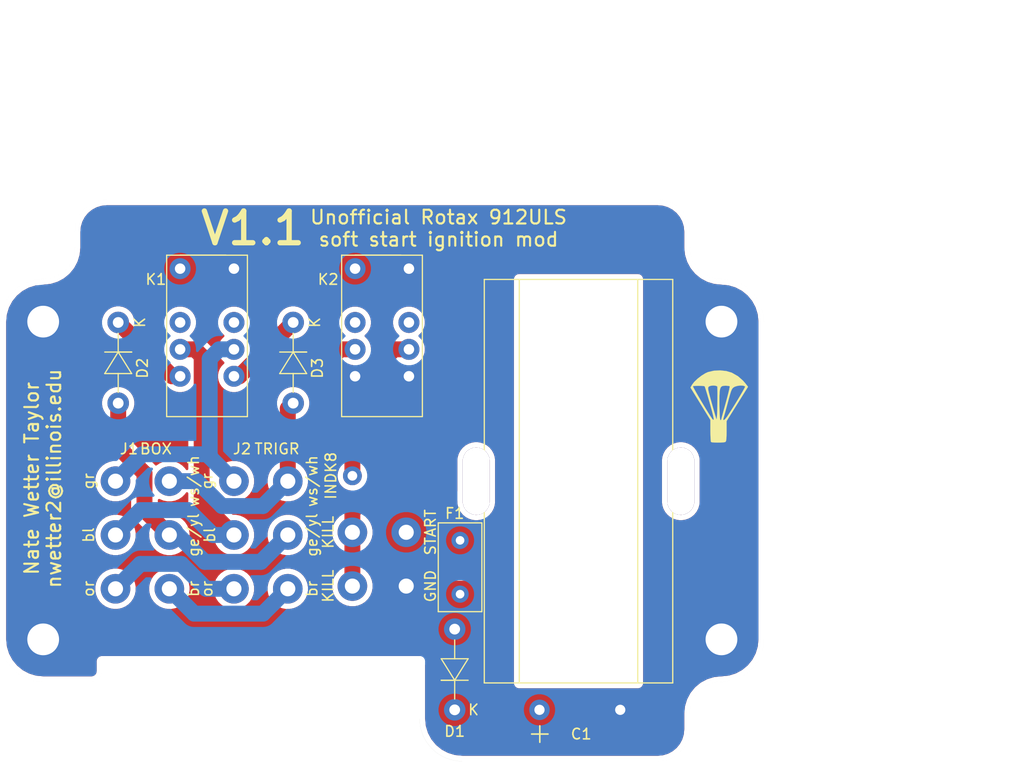
<source format=kicad_pcb>
(kicad_pcb (version 20171130) (host pcbnew "(5.1.4)-1")

  (general
    (thickness 1.6)
    (drawings 36)
    (tracks 55)
    (zones 0)
    (modules 19)
    (nets 19)
  )

  (page A4)
  (layers
    (0 F.Cu signal hide)
    (31 B.Cu signal hide)
    (32 B.Adhes user)
    (33 F.Adhes user)
    (34 B.Paste user)
    (35 F.Paste user)
    (36 B.SilkS user)
    (37 F.SilkS user)
    (38 B.Mask user)
    (39 F.Mask user)
    (40 Dwgs.User user)
    (41 Cmts.User user)
    (42 Eco1.User user)
    (43 Eco2.User user)
    (44 Edge.Cuts user)
    (45 Margin user)
    (46 B.CrtYd user)
    (47 F.CrtYd user)
    (48 B.Fab user)
    (49 F.Fab user)
  )

  (setup
    (last_trace_width 0.25)
    (user_trace_width 1.5)
    (trace_clearance 0.2)
    (zone_clearance 0.508)
    (zone_45_only no)
    (trace_min 0.2)
    (via_size 0.8)
    (via_drill 0.4)
    (via_min_size 0.4)
    (via_min_drill 0.3)
    (uvia_size 0.3)
    (uvia_drill 0.1)
    (uvias_allowed no)
    (uvia_min_size 0.2)
    (uvia_min_drill 0.1)
    (edge_width 0.05)
    (segment_width 0.2)
    (pcb_text_width 0.3)
    (pcb_text_size 1.5 1.5)
    (mod_edge_width 0.12)
    (mod_text_size 1 1)
    (mod_text_width 0.15)
    (pad_size 1.524 1.524)
    (pad_drill 0.762)
    (pad_to_mask_clearance 0.051)
    (solder_mask_min_width 0.25)
    (aux_axis_origin 100 100)
    (grid_origin 100 100)
    (visible_elements 7FFFFFFF)
    (pcbplotparams
      (layerselection 0x010f0_ffffffff)
      (usegerberextensions true)
      (usegerberattributes false)
      (usegerberadvancedattributes false)
      (creategerberjobfile false)
      (excludeedgelayer true)
      (linewidth 0.100000)
      (plotframeref false)
      (viasonmask false)
      (mode 1)
      (useauxorigin false)
      (hpglpennumber 1)
      (hpglpenspeed 20)
      (hpglpendiameter 15.000000)
      (psnegative false)
      (psa4output false)
      (plotreference true)
      (plotvalue true)
      (plotinvisibletext false)
      (padsonsilk false)
      (subtractmaskfromsilk false)
      (outputformat 1)
      (mirror false)
      (drillshape 0)
      (scaleselection 1)
      (outputdirectory "outputs for fab/"))
  )

  (net 0 "")
  (net 1 "Net-(D3-Pad1)")
  (net 2 "Net-(D3-Pad2)")
  (net 3 "Net-(K2-Pad10)")
  (net 4 "Net-(K2-Pad3)")
  (net 5 "Net-(J1-Pad2)")
  (net 6 "Net-(J1-Pad1)")
  (net 7 "Net-(J4-Pad1)")
  (net 8 "Net-(J5-Pad1)")
  (net 9 GND)
  (net 10 /12V_BUF)
  (net 11 /START_FUSED)
  (net 12 /START)
  (net 13 "Net-(D2-Pad2)")
  (net 14 "Net-(D2-Pad1)")
  (net 15 "Net-(J1-Pad6)")
  (net 16 "Net-(J1-Pad4)")
  (net 17 "Net-(K1-Pad10)")
  (net 18 "Net-(K1-Pad3)")

  (net_class Default "This is the default net class."
    (clearance 0.2)
    (trace_width 0.25)
    (via_dia 0.8)
    (via_drill 0.4)
    (uvia_dia 0.3)
    (uvia_drill 0.1)
    (add_net /12V_BUF)
    (add_net /START)
    (add_net /START_FUSED)
    (add_net GND)
    (add_net "Net-(D2-Pad1)")
    (add_net "Net-(D2-Pad2)")
    (add_net "Net-(D3-Pad1)")
    (add_net "Net-(D3-Pad2)")
    (add_net "Net-(J1-Pad1)")
    (add_net "Net-(J1-Pad2)")
    (add_net "Net-(J1-Pad4)")
    (add_net "Net-(J1-Pad6)")
    (add_net "Net-(J4-Pad1)")
    (add_net "Net-(J5-Pad1)")
    (add_net "Net-(K1-Pad10)")
    (add_net "Net-(K1-Pad3)")
    (add_net "Net-(K2-Pad10)")
    (add_net "Net-(K2-Pad3)")
  )

  (module "rotax 912 soft start:6_wire_18awg" (layer F.Cu) (tedit 5DE30FF0) (tstamp 5DE37757)
    (at 116.764 137.084 270)
    (path /5DB7D1E2)
    (fp_text reference J1 (at -13.208 3.81) (layer F.SilkS)
      (effects (font (size 1 1) (thickness 0.15)))
    )
    (fp_text value BOX (at -13.208 1.27 180) (layer F.SilkS)
      (effects (font (size 1 1) (thickness 0.15)))
    )
    (fp_text user br (at 0 -2.286 90) (layer F.SilkS)
      (effects (font (size 1 1) (thickness 0.15)))
    )
    (fp_text user ge/yl (at -5.08 -2.286 90) (layer F.SilkS)
      (effects (font (size 1 1) (thickness 0.15)))
    )
    (fp_text user ws/wh (at -10.16 -2.286 90) (layer F.SilkS)
      (effects (font (size 1 1) (thickness 0.15)))
    )
    (fp_text user gr (at -10.16 7.62 90) (layer F.SilkS)
      (effects (font (size 1 1) (thickness 0.15)))
    )
    (fp_text user or (at 0 7.62 90) (layer F.SilkS)
      (effects (font (size 1 1) (thickness 0.15)))
    )
    (fp_text user bl (at -5.08 7.62 90) (layer F.SilkS)
      (effects (font (size 1 1) (thickness 0.15)))
    )
    (pad 6 thru_hole circle (at -10.16 5.08 270) (size 2.794 2.794) (drill 1.4224) (layers *.Cu *.Mask)
      (net 15 "Net-(J1-Pad6)"))
    (pad 5 thru_hole circle (at -10.16 0 270) (size 2.794 2.794) (drill 1.4224) (layers *.Cu *.Mask)
      (net 2 "Net-(D3-Pad2)"))
    (pad 4 thru_hole circle (at -5.08 5.08 270) (size 2.794 2.794) (drill 1.4224) (layers *.Cu *.Mask)
      (net 16 "Net-(J1-Pad4)"))
    (pad 3 thru_hole circle (at -5.08 0 270) (size 2.794 2.794) (drill 1.4224) (layers *.Cu *.Mask)
      (net 13 "Net-(D2-Pad2)"))
    (pad 2 thru_hole circle (at 0 5.08 270) (size 2.794 2.794) (drill 1.4224) (layers *.Cu *.Mask)
      (net 5 "Net-(J1-Pad2)"))
    (pad 1 thru_hole circle (at 0 0 270) (size 2.794 2.794) (drill 1.4224) (layers *.Cu *.Mask)
      (net 6 "Net-(J1-Pad1)"))
  )

  (module "rotax 912 soft start:6_wire_18awg" (layer F.Cu) (tedit 5DE30FF0) (tstamp 5DE374C9)
    (at 127.94 137.084 270)
    (path /5DB82DEB)
    (fp_text reference J2 (at -13.208 4.318) (layer F.SilkS)
      (effects (font (size 1 1) (thickness 0.15)))
    )
    (fp_text value TRIGR (at -13.208 1.016 180) (layer F.SilkS)
      (effects (font (size 1 1) (thickness 0.15)))
    )
    (fp_text user br (at 0 -2.286 90) (layer F.SilkS)
      (effects (font (size 1 1) (thickness 0.15)))
    )
    (fp_text user ge/yl (at -5.08 -2.286 90) (layer F.SilkS)
      (effects (font (size 1 1) (thickness 0.15)))
    )
    (fp_text user ws/wh (at -10.16 -2.286 90) (layer F.SilkS)
      (effects (font (size 1 1) (thickness 0.15)))
    )
    (fp_text user gr (at -10.16 7.62 90) (layer F.SilkS)
      (effects (font (size 1 1) (thickness 0.15)))
    )
    (fp_text user or (at 0 7.62 90) (layer F.SilkS)
      (effects (font (size 1 1) (thickness 0.15)))
    )
    (fp_text user bl (at -5.08 7.366 90) (layer F.SilkS)
      (effects (font (size 1 1) (thickness 0.15)))
    )
    (pad 6 thru_hole circle (at -10.16 5.08 270) (size 2.794 2.794) (drill 1.4224) (layers *.Cu *.Mask)
      (net 15 "Net-(J1-Pad6)"))
    (pad 5 thru_hole circle (at -10.16 0 270) (size 2.794 2.794) (drill 1.4224) (layers *.Cu *.Mask)
      (net 2 "Net-(D3-Pad2)"))
    (pad 4 thru_hole circle (at -5.08 5.08 270) (size 2.794 2.794) (drill 1.4224) (layers *.Cu *.Mask)
      (net 16 "Net-(J1-Pad4)"))
    (pad 3 thru_hole circle (at -5.08 0 270) (size 2.794 2.794) (drill 1.4224) (layers *.Cu *.Mask)
      (net 13 "Net-(D2-Pad2)"))
    (pad 2 thru_hole circle (at 0 5.08 270) (size 2.794 2.794) (drill 1.4224) (layers *.Cu *.Mask)
      (net 5 "Net-(J1-Pad2)"))
    (pad 1 thru_hole circle (at 0 0 270) (size 2.794 2.794) (drill 1.4224) (layers *.Cu *.Mask)
      (net 6 "Net-(J1-Pad1)"))
  )

  (module "rotax 912 soft start:chute" (layer F.Cu) (tedit 0) (tstamp 5DC8D63D)
    (at 168.58 119.812)
    (fp_text reference G*** (at 0 0) (layer F.SilkS) hide
      (effects (font (size 1.524 1.524) (thickness 0.3)))
    )
    (fp_text value LOGO (at 0.75 0) (layer F.SilkS) hide
      (effects (font (size 1.524 1.524) (thickness 0.3)))
    )
    (fp_poly (pts (xy 0.722324 -3.289057) (xy 1.225095 -3.142116) (xy 1.27 -3.122064) (xy 1.844855 -2.793195)
      (xy 2.322464 -2.371626) (xy 2.534361 -2.123786) (xy 2.789639 -1.801472) (xy 1.775819 -0.179819)
      (xy 0.762 1.441833) (xy 0.762 2.405192) (xy 0.758323 2.8339) (xy 0.744787 3.121873)
      (xy 0.717631 3.297598) (xy 0.673096 3.389565) (xy 0.628075 3.419942) (xy 0.47091 3.44867)
      (xy 0.216606 3.465282) (xy -0.081527 3.469979) (xy -0.370184 3.462964) (xy -0.596056 3.444438)
      (xy -0.705556 3.414889) (xy -0.7275 3.312787) (xy -0.745462 3.076607) (xy -0.757582 2.741591)
      (xy -0.762 2.345287) (xy -0.762 1.33213) (xy -1.703595 -0.197299) (xy -2.64519 -1.726727)
      (xy -2.575618 -1.850694) (xy -2.410861 -1.850694) (xy -2.381574 -1.770228) (xy -2.278262 -1.571608)
      (xy -2.1162 -1.280555) (xy -1.910662 -0.922787) (xy -1.676923 -0.524024) (xy -1.430256 -0.109987)
      (xy -1.185936 0.293605) (xy -0.959237 0.661033) (xy -0.765433 0.966577) (xy -0.619799 1.184516)
      (xy -0.56231 1.262018) (xy -0.485855 1.331715) (xy -0.452577 1.294036) (xy -0.464261 1.138861)
      (xy -0.522691 0.856066) (xy -0.629651 0.435531) (xy -0.786927 -0.132867) (xy -0.842783 -0.328831)
      (xy -0.980045 -0.802109) (xy -1.1036 -1.217159) (xy -1.205238 -1.547263) (xy -1.228933 -1.61965)
      (xy -0.977413 -1.61965) (xy -0.952285 -1.451179) (xy -0.892465 -1.194245) (xy -0.794232 -0.824437)
      (xy -0.653868 -0.317339) (xy -0.645476 -0.287221) (xy -0.512001 0.186901) (xy -0.390483 0.609504)
      (xy -0.289549 0.951289) (xy -0.217824 1.182963) (xy -0.186962 1.27) (xy -0.167255 1.230362)
      (xy -0.147853 1.044779) (xy -0.130073 0.736636) (xy -0.115234 0.329318) (xy -0.104655 -0.153789)
      (xy -0.10392 -0.202698) (xy -0.10142 -0.430285) (xy 0.087294 -0.430285) (xy 0.088813 -0.107062)
      (xy 0.096337 0.384536) (xy 0.111037 0.801119) (xy 0.131411 1.117545) (xy 0.155954 1.308673)
      (xy 0.176226 1.354667) (xy 0.248027 1.319869) (xy 0.448068 1.319869) (xy 0.5048 1.346613)
      (xy 0.624821 1.25291) (xy 0.790338 1.047272) (xy 0.826413 0.994834) (xy 1.048068 0.65744)
      (xy 1.296002 0.267507) (xy 1.555261 -0.149944) (xy 1.810887 -0.569887) (xy 2.047925 -0.967298)
      (xy 2.25142 -1.317152) (xy 2.406417 -1.594426) (xy 2.497959 -1.774094) (xy 2.515241 -1.830981)
      (xy 2.350803 -1.900266) (xy 2.091547 -1.919548) (xy 1.803857 -1.890671) (xy 1.554116 -1.815482)
      (xy 1.530164 -1.8036) (xy 1.419829 -1.739866) (xy 1.332755 -1.663376) (xy 1.25731 -1.54766)
      (xy 1.181862 -1.366245) (xy 1.094778 -1.092659) (xy 0.984427 -0.700429) (xy 0.886452 -0.338666)
      (xy 0.761718 0.12227) (xy 0.648371 0.537301) (xy 0.555468 0.873547) (xy 0.492069 1.098128)
      (xy 0.472416 1.164167) (xy 0.448068 1.319869) (xy 0.248027 1.319869) (xy 0.25286 1.317527)
      (xy 0.254 1.30989) (xy 0.275685 1.218014) (xy 0.336017 0.989264) (xy 0.427912 0.649805)
      (xy 0.544285 0.225802) (xy 0.678052 -0.256577) (xy 0.680941 -0.266947) (xy 0.81233 -0.750319)
      (xy 0.921876 -1.176501) (xy 1.003352 -1.519266) (xy 1.050532 -1.752389) (xy 1.05719 -1.849642)
      (xy 1.05681 -1.850079) (xy 0.94685 -1.882398) (xy 0.735816 -1.900044) (xy 0.66397 -1.901151)
      (xy 0.469349 -1.892235) (xy 0.323416 -1.85142) (xy 0.219405 -1.757602) (xy 0.150553 -1.589682)
      (xy 0.110093 -1.326557) (xy 0.091262 -0.947125) (xy 0.087294 -0.430285) (xy -0.10142 -0.430285)
      (xy -0.098401 -0.704933) (xy -0.096842 -1.146149) (xy -0.099066 -1.499537) (xy -0.1049 -1.738287)
      (xy -0.114167 -1.835591) (xy -0.114597 -1.836152) (xy -0.266405 -1.898232) (xy -0.5011 -1.917605)
      (xy -0.737647 -1.89403) (xy -0.881848 -1.838429) (xy -0.938475 -1.788861) (xy -0.97157 -1.724073)
      (xy -0.977413 -1.61965) (xy -1.228933 -1.61965) (xy -1.276745 -1.765704) (xy -1.308877 -1.845099)
      (xy -1.416842 -1.873101) (xy -1.634267 -1.889962) (xy -1.901865 -1.895383) (xy -2.160349 -1.889061)
      (xy -2.350431 -1.870696) (xy -2.410861 -1.850694) (xy -2.575618 -1.850694) (xy -2.500133 -1.985197)
      (xy -2.290541 -2.261105) (xy -1.975883 -2.562529) (xy -1.607023 -2.848955) (xy -1.234822 -3.079866)
      (xy -0.985352 -3.191804) (xy -0.446489 -3.315867) (xy 0.143932 -3.347629) (xy 0.722324 -3.289057)) (layer F.SilkS) (width 0.01))
  )

  (module "rotax 912 soft start:cap" (layer F.Cu) (tedit 5DC8B507) (tstamp 5DC8B696)
    (at 146.482 145.974 90)
    (path /5DB68BAF)
    (fp_text reference C1 (at -4.826 9.144 180) (layer F.SilkS)
      (effects (font (size 1 1) (thickness 0.15)))
    )
    (fp_text value CP (at -3.048 7.62 90) (layer F.Fab)
      (effects (font (size 1 1) (thickness 0.15)))
    )
    (fp_line (start 0 14.478) (end 38.1 14.478) (layer F.SilkS) (width 0.12))
    (fp_line (start 0 3.302) (end 38.1 3.302) (layer F.SilkS) (width 0.12))
    (fp_text user + (at -4.826 5.08 90) (layer F.SilkS)
      (effects (font (size 2.032 2.032) (thickness 0.15)))
    )
    (fp_line (start 0 17.78) (end 0 0) (layer F.SilkS) (width 0.12))
    (fp_line (start 38.1 17.78) (end 0 17.78) (layer F.SilkS) (width 0.12))
    (fp_line (start 38.1 0) (end 38.1 17.78) (layer F.SilkS) (width 0.12))
    (fp_line (start 0 0) (end 38.1 0) (layer F.SilkS) (width 0.12))
    (pad 4 thru_hole oval (at 19.05 18.542 90) (size 6.35 2.54) (drill oval 6.35 2.54) (layers *.Cu *.Mask))
    (pad 3 thru_hole oval (at 19.05 -0.762 90) (size 6.35 2.54) (drill oval 6.35 2.54) (layers *.Cu *.Mask))
    (pad 2 thru_hole circle (at -2.54 12.827 90) (size 1.9304 1.9304) (drill 0.9652) (layers *.Cu *.Mask)
      (net 9 GND))
    (pad 1 thru_hole circle (at -2.54 5.207 90) (size 1.9304 1.9304) (drill 0.9652) (layers *.Cu *.Mask)
      (net 10 /12V_BUF))
  )

  (module "rotax 912 soft start:fuse" (layer F.Cu) (tedit 5DC387D1) (tstamp 5DC3EC53)
    (at 144.196 135.052 270)
    (path /5DB6B973)
    (fp_text reference F1 (at -5.08 0.508 180) (layer F.SilkS)
      (effects (font (size 1 1) (thickness 0.15)))
    )
    (fp_text value Fuse (at 0 3.048 90) (layer F.Fab)
      (effects (font (size 1 1) (thickness 0.15)))
    )
    (fp_line (start -4.191 2.0574) (end 4.191 2.0574) (layer F.SilkS) (width 0.12))
    (fp_line (start -4.191 -2.0574) (end -4.191 2.0574) (layer F.SilkS) (width 0.12))
    (fp_line (start 4.191 -2.0574) (end 4.191 2.0574) (layer F.SilkS) (width 0.12))
    (fp_line (start -4.191 -2.0574) (end 4.191 -2.0574) (layer F.SilkS) (width 0.12))
    (pad 2 thru_hole circle (at 2.54 0 270) (size 1.6256 1.6256) (drill 0.8128) (layers *.Cu *.Mask)
      (net 11 /START_FUSED))
    (pad 1 thru_hole circle (at -2.54 0 270) (size 1.6256 1.6256) (drill 0.8128) (layers *.Cu *.Mask)
      (net 12 /START))
  )

  (module "rotax 912 soft start:diode" (layer F.Cu) (tedit 5DC38493) (tstamp 5DC3E74E)
    (at 143.688 148.514 90)
    (path /5DB6ADF7)
    (fp_text reference D1 (at -2.032 0 180) (layer F.SilkS)
      (effects (font (size 1 1) (thickness 0.15)))
    )
    (fp_text value D (at 3.556 2.54 90) (layer F.Fab)
      (effects (font (size 1 1) (thickness 0.15)))
    )
    (fp_line (start 2.794 0) (end 1.016 0) (layer F.SilkS) (width 0.12))
    (fp_line (start 4.826 0) (end 6.604 0) (layer F.SilkS) (width 0.12))
    (fp_line (start 2.794 -1.27) (end 2.794 1.27) (layer F.SilkS) (width 0.12))
    (fp_line (start 2.794 0) (end 2.794 -1.27) (layer F.SilkS) (width 0.12))
    (fp_line (start 4.826 1.27) (end 4.826 0) (layer F.SilkS) (width 0.12))
    (fp_line (start 2.794 0) (end 4.826 1.27) (layer F.SilkS) (width 0.12))
    (fp_line (start 4.826 -1.27) (end 2.794 0) (layer F.SilkS) (width 0.12))
    (fp_line (start 4.826 0) (end 4.826 -1.27) (layer F.SilkS) (width 0.12))
    (fp_text user K (at 0 1.778 180) (layer F.SilkS)
      (effects (font (size 1 1) (thickness 0.15)))
    )
    (pad 2 thru_hole circle (at 7.62 0 90) (size 2.032 2.032) (drill 1.016) (layers *.Cu *.Mask)
      (net 11 /START_FUSED))
    (pad 1 thru_hole circle (at 0 0 90) (size 2.032 2.032) (drill 1.016) (layers *.Cu *.Mask)
      (net 10 /12V_BUF))
  )

  (module "rotax 912 soft start:diode" (layer F.Cu) (tedit 5DC38493) (tstamp 5DC3E73F)
    (at 111.938 111.938 270)
    (path /5DB7A844)
    (fp_text reference D2 (at 4.318 -2.286 90) (layer F.SilkS)
      (effects (font (size 1 1) (thickness 0.15)))
    )
    (fp_text value D (at 3.556 2.54 90) (layer F.Fab)
      (effects (font (size 1 1) (thickness 0.15)))
    )
    (fp_line (start 2.794 0) (end 1.016 0) (layer F.SilkS) (width 0.12))
    (fp_line (start 4.826 0) (end 6.604 0) (layer F.SilkS) (width 0.12))
    (fp_line (start 2.794 -1.27) (end 2.794 1.27) (layer F.SilkS) (width 0.12))
    (fp_line (start 2.794 0) (end 2.794 -1.27) (layer F.SilkS) (width 0.12))
    (fp_line (start 4.826 1.27) (end 4.826 0) (layer F.SilkS) (width 0.12))
    (fp_line (start 2.794 0) (end 4.826 1.27) (layer F.SilkS) (width 0.12))
    (fp_line (start 4.826 -1.27) (end 2.794 0) (layer F.SilkS) (width 0.12))
    (fp_line (start 4.826 0) (end 4.826 -1.27) (layer F.SilkS) (width 0.12))
    (fp_text user K (at 0 -2.032 90) (layer F.SilkS)
      (effects (font (size 1 1) (thickness 0.15)))
    )
    (pad 2 thru_hole circle (at 7.62 0 270) (size 2.032 2.032) (drill 1.016) (layers *.Cu *.Mask)
      (net 13 "Net-(D2-Pad2)"))
    (pad 1 thru_hole circle (at 0 0 270) (size 2.032 2.032) (drill 1.016) (layers *.Cu *.Mask)
      (net 14 "Net-(D2-Pad1)"))
  )

  (module "rotax 912 soft start:diode" (layer F.Cu) (tedit 5DC38493) (tstamp 5DC3E730)
    (at 128.448 111.938 270)
    (path /5DB7BA0B)
    (fp_text reference D3 (at 4.318 -2.286 90) (layer F.SilkS)
      (effects (font (size 1 1) (thickness 0.15)))
    )
    (fp_text value D (at 3.556 2.54 90) (layer F.Fab)
      (effects (font (size 1 1) (thickness 0.15)))
    )
    (fp_line (start 2.794 0) (end 1.016 0) (layer F.SilkS) (width 0.12))
    (fp_line (start 4.826 0) (end 6.604 0) (layer F.SilkS) (width 0.12))
    (fp_line (start 2.794 -1.27) (end 2.794 1.27) (layer F.SilkS) (width 0.12))
    (fp_line (start 2.794 0) (end 2.794 -1.27) (layer F.SilkS) (width 0.12))
    (fp_line (start 4.826 1.27) (end 4.826 0) (layer F.SilkS) (width 0.12))
    (fp_line (start 2.794 0) (end 4.826 1.27) (layer F.SilkS) (width 0.12))
    (fp_line (start 4.826 -1.27) (end 2.794 0) (layer F.SilkS) (width 0.12))
    (fp_line (start 4.826 0) (end 4.826 -1.27) (layer F.SilkS) (width 0.12))
    (fp_text user K (at 0 -2.032 90) (layer F.SilkS)
      (effects (font (size 1 1) (thickness 0.15)))
    )
    (pad 2 thru_hole circle (at 7.62 0 270) (size 2.032 2.032) (drill 1.016) (layers *.Cu *.Mask)
      (net 2 "Net-(D3-Pad2)"))
    (pad 1 thru_hole circle (at 0 0 270) (size 2.032 2.032) (drill 1.016) (layers *.Cu *.Mask)
      (net 1 "Net-(D3-Pad1)"))
  )

  (module "rotax 912 soft start:wire_18awg_stranded" (layer F.Cu) (tedit 5DC23656) (tstamp 5DC28188)
    (at 134.036 131.75)
    (path /5DB9F014)
    (fp_text reference J5 (at 0 2.286) (layer F.Fab)
      (effects (font (size 1 1) (thickness 0.15)))
    )
    (fp_text value KILL (at -2.286 0 90) (layer F.SilkS)
      (effects (font (size 1 1) (thickness 0.15)))
    )
    (pad 1 thru_hole circle (at 0 0) (size 2.794 2.794) (drill 1.4224) (layers *.Cu *.Mask)
      (net 8 "Net-(J5-Pad1)"))
  )

  (module "rotax 912 soft start:wire_18awg_stranded" (layer F.Cu) (tedit 5DC23656) (tstamp 5DC28183)
    (at 139.116 131.75)
    (path /5DB65668)
    (fp_text reference J7 (at 0 2.286) (layer F.Fab)
      (effects (font (size 1 1) (thickness 0.15)))
    )
    (fp_text value START (at 2.286 0 90) (layer F.SilkS)
      (effects (font (size 1 1) (thickness 0.15)))
    )
    (pad 1 thru_hole circle (at 0 0) (size 2.794 2.794) (drill 1.4224) (layers *.Cu *.Mask)
      (net 12 /START))
  )

  (module "rotax 912 soft start:wire_18awg_stranded" (layer F.Cu) (tedit 5DC23656) (tstamp 5DC2817E)
    (at 134.036 136.83)
    (path /5DB785D2)
    (fp_text reference J6 (at 0 2.286) (layer F.Fab)
      (effects (font (size 1 1) (thickness 0.15)))
    )
    (fp_text value KILL (at -2.286 0 90) (layer F.SilkS)
      (effects (font (size 1 1) (thickness 0.15)))
    )
    (pad 1 thru_hole circle (at 0 0) (size 2.794 2.794) (drill 1.4224) (layers *.Cu *.Mask)
      (net 8 "Net-(J5-Pad1)"))
  )

  (module "rotax 912 soft start:wire_22awg_stranded" (layer F.Cu) (tedit 5DC23623) (tstamp 5DC28179)
    (at 134.036 126.416)
    (path /5DBEFE48)
    (fp_text reference J4 (at 0 2.286) (layer F.Fab)
      (effects (font (size 1 1) (thickness 0.15)))
    )
    (fp_text value INDK8 (at -2.032 0 270) (layer F.SilkS)
      (effects (font (size 1 1) (thickness 0.15)))
    )
    (pad 1 thru_hole circle (at 0 0) (size 1.778 1.778) (drill 0.9144) (layers *.Cu *.Mask)
      (net 7 "Net-(J4-Pad1)"))
  )

  (module "rotax 912 soft start:wire_18awg_stranded" (layer F.Cu) (tedit 5DC23656) (tstamp 5DC28174)
    (at 139.116 136.83)
    (path /5DB5F232)
    (fp_text reference J3 (at 0 2.286) (layer F.Fab)
      (effects (font (size 1 1) (thickness 0.15)))
    )
    (fp_text value GND (at 2.286 0 90) (layer F.SilkS)
      (effects (font (size 1 1) (thickness 0.15)))
    )
    (pad 1 thru_hole circle (at 0 0) (size 2.794 2.794) (drill 1.4224) (layers *.Cu *.Mask)
      (net 9 GND))
  )

  (module "rotax 912 soft start:Relay_TXD2-12V" (layer F.Cu) (tedit 5DBA4384) (tstamp 5DC27D6B)
    (at 141.148 113.208 270)
    (path /5DB5C318)
    (fp_text reference K2 (at -5.334 9.398) (layer F.SilkS)
      (effects (font (size 1 1) (thickness 0.15)))
    )
    (fp_text value TXD2-12V (at 0 -0.5 90) (layer F.Fab)
      (effects (font (size 1 1) (thickness 0.15)))
    )
    (fp_line (start -7.62 0.508) (end 7.62 0.508) (layer F.SilkS) (width 0.12))
    (fp_line (start 7.62 8.128) (end 7.62 0.508) (layer F.SilkS) (width 0.12))
    (fp_line (start -7.62 8.128) (end 7.62 8.128) (layer F.SilkS) (width 0.12))
    (fp_line (start -7.62 0.508) (end -7.62 8.128) (layer F.SilkS) (width 0.12))
    (fp_line (start -7.62 6.858) (end -7.62 2.54) (layer F.SilkS) (width 0.12))
    (pad 12 thru_hole circle (at -6.35 1.778 270) (size 1.9812 1.9812) (drill 0.9906) (layers *.Cu *.Mask)
      (net 9 GND))
    (pad 10 thru_hole circle (at -1.27 1.778 270) (size 1.9812 1.9812) (drill 0.9906) (layers *.Cu *.Mask)
      (net 3 "Net-(K2-Pad10)"))
    (pad 9 thru_hole circle (at 1.27 1.778 270) (size 1.9812 1.9812) (drill 0.9906) (layers *.Cu *.Mask)
      (net 8 "Net-(J5-Pad1)"))
    (pad 8 thru_hole circle (at 3.81 1.778 270) (size 1.9812 1.9812) (drill 0.9906) (layers *.Cu *.Mask)
      (net 9 GND))
    (pad 5 thru_hole circle (at 3.81 6.858 270) (size 1.9812 1.9812) (drill 0.9906) (layers *.Cu *.Mask)
      (net 9 GND))
    (pad 4 thru_hole circle (at 1.27 6.858 270) (size 1.9812 1.9812) (drill 0.9906) (layers *.Cu *.Mask)
      (net 7 "Net-(J4-Pad1)"))
    (pad 3 thru_hole circle (at -1.27 6.858 270) (size 1.9812 1.9812) (drill 0.9906) (layers *.Cu *.Mask)
      (net 4 "Net-(K2-Pad3)"))
    (pad 1 thru_hole circle (at -6.35 6.858 270) (size 1.9812 1.9812) (drill 0.9906) (layers *.Cu *.Mask)
      (net 10 /12V_BUF))
  )

  (module "rotax 912 soft start:Relay_TXD2-12V" (layer F.Cu) (tedit 5DBA4384) (tstamp 5DC27D5A)
    (at 124.638 113.208 270)
    (path /5DB567C5)
    (fp_text reference K1 (at -5.334 9.144) (layer F.SilkS)
      (effects (font (size 1 1) (thickness 0.15)))
    )
    (fp_text value TXD2-12V (at 0 -0.5 90) (layer F.Fab)
      (effects (font (size 1 1) (thickness 0.15)))
    )
    (fp_line (start -7.62 0.508) (end 7.62 0.508) (layer F.SilkS) (width 0.12))
    (fp_line (start 7.62 8.128) (end 7.62 0.508) (layer F.SilkS) (width 0.12))
    (fp_line (start -7.62 8.128) (end 7.62 8.128) (layer F.SilkS) (width 0.12))
    (fp_line (start -7.62 0.508) (end -7.62 8.128) (layer F.SilkS) (width 0.12))
    (fp_line (start -7.62 6.858) (end -7.62 2.54) (layer F.SilkS) (width 0.12))
    (pad 12 thru_hole circle (at -6.35 1.778 270) (size 1.9812 1.9812) (drill 0.9906) (layers *.Cu *.Mask)
      (net 9 GND))
    (pad 10 thru_hole circle (at -1.27 1.778 270) (size 1.9812 1.9812) (drill 0.9906) (layers *.Cu *.Mask)
      (net 17 "Net-(K1-Pad10)"))
    (pad 9 thru_hole circle (at 1.27 1.778 270) (size 1.9812 1.9812) (drill 0.9906) (layers *.Cu *.Mask)
      (net 15 "Net-(J1-Pad6)"))
    (pad 8 thru_hole circle (at 3.81 1.778 270) (size 1.9812 1.9812) (drill 0.9906) (layers *.Cu *.Mask)
      (net 1 "Net-(D3-Pad1)"))
    (pad 5 thru_hole circle (at 3.81 6.858 270) (size 1.9812 1.9812) (drill 0.9906) (layers *.Cu *.Mask)
      (net 14 "Net-(D2-Pad1)"))
    (pad 4 thru_hole circle (at 1.27 6.858 270) (size 1.9812 1.9812) (drill 0.9906) (layers *.Cu *.Mask)
      (net 16 "Net-(J1-Pad4)"))
    (pad 3 thru_hole circle (at -1.27 6.858 270) (size 1.9812 1.9812) (drill 0.9906) (layers *.Cu *.Mask)
      (net 18 "Net-(K1-Pad3)"))
    (pad 1 thru_hole circle (at -6.35 6.858 270) (size 1.9812 1.9812) (drill 0.9906) (layers *.Cu *.Mask)
      (net 10 /12V_BUF))
  )

  (module "rotax 912 soft start:mounting_hole" (layer F.Cu) (tedit 5DC22836) (tstamp 5DC27D49)
    (at 168.86 141.86)
    (path /5DC3063A)
    (fp_text reference H4 (at 0 3.302) (layer F.Fab)
      (effects (font (size 1 1) (thickness 0.15)))
    )
    (fp_text value MountingHole (at 0 -3.556) (layer F.Fab)
      (effects (font (size 1 1) (thickness 0.15)))
    )
    (pad 1 thru_hole circle (at 0 0) (size 5.08 5.08) (drill 2.9972) (layers *.Cu *.Mask)
      (net 9 GND))
  )

  (module "rotax 912 soft start:mounting_hole" (layer F.Cu) (tedit 5DC22836) (tstamp 5DC27D44)
    (at 168.86 111.86)
    (path /5DC2F4FD)
    (fp_text reference H3 (at 0 3.302) (layer F.Fab)
      (effects (font (size 1 1) (thickness 0.15)))
    )
    (fp_text value MountingHole (at 0 -3.556) (layer F.Fab)
      (effects (font (size 1 1) (thickness 0.15)))
    )
    (pad 1 thru_hole circle (at 0 0) (size 5.08 5.08) (drill 2.9972) (layers *.Cu *.Mask)
      (net 9 GND))
  )

  (module "rotax 912 soft start:mounting_hole" (layer F.Cu) (tedit 5DC22836) (tstamp 5DC27D3F)
    (at 104.86 141.86)
    (path /5DC2E090)
    (fp_text reference H2 (at 0 3.302) (layer F.Fab)
      (effects (font (size 1 1) (thickness 0.15)))
    )
    (fp_text value MountingHole (at 0 -3.556) (layer F.Fab)
      (effects (font (size 1 1) (thickness 0.15)))
    )
    (pad 1 thru_hole circle (at 0 0) (size 5.08 5.08) (drill 2.9972) (layers *.Cu *.Mask)
      (net 9 GND))
  )

  (module "rotax 912 soft start:mounting_hole" (layer F.Cu) (tedit 5DC22836) (tstamp 5DC27D3A)
    (at 104.86 111.86)
    (path /5DC2D248)
    (fp_text reference H1 (at 0 3.302) (layer F.Fab)
      (effects (font (size 1 1) (thickness 0.15)))
    )
    (fp_text value MountingHole (at 0 -3.556) (layer F.Fab)
      (effects (font (size 1 1) (thickness 0.15)))
    )
    (pad 1 thru_hole circle (at 0 0) (size 5.08 5.08) (drill 2.9972) (layers *.Cu *.Mask)
      (net 9 GND))
  )

  (gr_arc (start 144.386 149.36) (end 144.386 153.36) (angle 90) (layer Edge.Cuts) (width 0.01))
  (gr_arc (start 109.414 144.86) (end 109.414 145.86) (angle -90) (layer Edge.Cuts) (width 0.001))
  (gr_line (start 104.86 145.86) (end 109.414 145.86) (layer Edge.Cuts) (width 0.001))
  (gr_line (start 140.386 143.942) (end 110.414 143.942) (layer Edge.Cuts) (width 0.001) (tstamp 5DE30DAE))
  (gr_line (start 140.386 143.942) (end 140.386 149.36) (layer Edge.Cuts) (width 0.001))
  (gr_line (start 110.414 143.942) (end 110.414 144.86) (layer Edge.Cuts) (width 0.001))
  (dimension 53 (width 0.15) (layer Dwgs.User)
    (gr_text "53.000 mm" (at 196.042 126.86 270) (layer Dwgs.User)
      (effects (font (size 1 1) (thickness 0.15)))
    )
    (feature1 (pts (xy 162.86 153.36) (xy 195.328421 153.36)))
    (feature2 (pts (xy 162.86 100.36) (xy 195.328421 100.36)))
    (crossbar (pts (xy 194.742 100.36) (xy 194.742 153.36)))
    (arrow1a (pts (xy 194.742 153.36) (xy 194.155579 152.233496)))
    (arrow1b (pts (xy 194.742 153.36) (xy 195.328421 152.233496)))
    (arrow2a (pts (xy 194.742 100.36) (xy 194.155579 101.486504)))
    (arrow2b (pts (xy 194.742 100.36) (xy 195.328421 101.486504)))
  )
  (gr_line (start 160.96 107.874) (end 149.784 107.874) (layer Edge.Cuts) (width 0.001) (tstamp 5DC8C924))
  (gr_line (start 160.96 145.974) (end 160.96 107.874) (layer Edge.Cuts) (width 0.001))
  (gr_line (start 149.784 145.974) (end 160.96 145.974) (layer Edge.Cuts) (width 0.001))
  (gr_line (start 149.784 107.874) (end 149.784 145.974) (layer Edge.Cuts) (width 0.001))
  (gr_line (start 165.86 150.36) (end 165.86 148.86) (layer Edge.Cuts) (width 0.001) (tstamp 5DC27F22))
  (gr_text V1.1 (at 124.638 103.048) (layer F.SilkS)
    (effects (font (size 3 3) (thickness 0.5)))
  )
  (gr_text "Nate Wetter Taylor\nnwetter2@illinois.edu" (at 104.826 126.67 90) (layer F.SilkS)
    (effects (font (size 1.3 1.3) (thickness 0.2)))
  )
  (gr_text "Unofficial Rotax 912ULS\nsoft start ignition mod" (at 142.164 103.048) (layer F.SilkS)
    (effects (font (size 1.3 1.3) (thickness 0.2)))
  )
  (dimension 72 (width 0.15) (layer Dwgs.User)
    (gr_text "72.000 mm" (at 136.86 82.19) (layer Dwgs.User)
      (effects (font (size 1 1) (thickness 0.15)))
    )
    (feature1 (pts (xy 100.86 111.86) (xy 100.86 82.903579)))
    (feature2 (pts (xy 172.86 111.86) (xy 172.86 82.903579)))
    (crossbar (pts (xy 172.86 83.49) (xy 100.86 83.49)))
    (arrow1a (pts (xy 100.86 83.49) (xy 101.986504 82.903579)))
    (arrow1b (pts (xy 100.86 83.49) (xy 101.986504 84.076421)))
    (arrow2a (pts (xy 172.86 83.49) (xy 171.733496 82.903579)))
    (arrow2b (pts (xy 172.86 83.49) (xy 171.733496 84.076421)))
  )
  (dimension 64 (width 0.15) (layer Dwgs.User)
    (gr_text "64.000 mm" (at 136.86 87.27) (layer Dwgs.User)
      (effects (font (size 1 1) (thickness 0.15)))
    )
    (feature1 (pts (xy 104.86 111.86) (xy 104.86 87.983579)))
    (feature2 (pts (xy 168.86 111.86) (xy 168.86 87.983579)))
    (crossbar (pts (xy 168.86 88.57) (xy 104.86 88.57)))
    (arrow1a (pts (xy 104.86 88.57) (xy 105.986504 87.983579)))
    (arrow1b (pts (xy 104.86 88.57) (xy 105.986504 89.156421)))
    (arrow2a (pts (xy 168.86 88.57) (xy 167.733496 87.983579)))
    (arrow2b (pts (xy 168.86 88.57) (xy 167.733496 89.156421)))
  )
  (dimension 58 (width 0.15) (layer Dwgs.User)
    (gr_text "58.000 mm" (at 136.86 92.35) (layer Dwgs.User)
      (effects (font (size 1 1) (thickness 0.15)))
    )
    (feature1 (pts (xy 107.86 103) (xy 107.86 93.063579)))
    (feature2 (pts (xy 165.86 103) (xy 165.86 93.063579)))
    (crossbar (pts (xy 165.86 93.65) (xy 107.86 93.65)))
    (arrow1a (pts (xy 107.86 93.65) (xy 108.986504 93.063579)))
    (arrow1b (pts (xy 107.86 93.65) (xy 108.986504 94.236421)))
    (arrow2a (pts (xy 165.86 93.65) (xy 164.733496 93.063579)))
    (arrow2b (pts (xy 165.86 93.65) (xy 164.733496 94.236421)))
  )
  (dimension 38 (width 0.15) (layer Dwgs.User)
    (gr_text "38.000 mm" (at 188.93 126.86 270) (layer Dwgs.User)
      (effects (font (size 1 1) (thickness 0.15)))
    )
    (feature1 (pts (xy 168.86 145.86) (xy 188.216421 145.86)))
    (feature2 (pts (xy 168.86 107.86) (xy 188.216421 107.86)))
    (crossbar (pts (xy 187.63 107.86) (xy 187.63 145.86)))
    (arrow1a (pts (xy 187.63 145.86) (xy 187.043579 144.733496)))
    (arrow1b (pts (xy 187.63 145.86) (xy 188.216421 144.733496)))
    (arrow2a (pts (xy 187.63 107.86) (xy 187.043579 108.986504)))
    (arrow2b (pts (xy 187.63 107.86) (xy 188.216421 108.986504)))
  )
  (dimension 30 (width 0.15) (layer Dwgs.User)
    (gr_text "30.000 mm" (at 181.31 126.86 270) (layer Dwgs.User)
      (effects (font (size 1 1) (thickness 0.15)))
    )
    (feature1 (pts (xy 168.86 141.86) (xy 180.596421 141.86)))
    (feature2 (pts (xy 168.86 111.86) (xy 180.596421 111.86)))
    (crossbar (pts (xy 180.01 111.86) (xy 180.01 141.86)))
    (arrow1a (pts (xy 180.01 141.86) (xy 179.423579 140.733496)))
    (arrow1b (pts (xy 180.01 141.86) (xy 180.596421 140.733496)))
    (arrow2a (pts (xy 180.01 111.86) (xy 179.423579 112.986504)))
    (arrow2b (pts (xy 180.01 111.86) (xy 180.596421 112.986504)))
  )
  (gr_line (start 107.86 103.36) (end 107.86 104.86) (layer Edge.Cuts) (width 0.001) (tstamp 5DC27F20))
  (gr_line (start 165.86 103.36) (end 165.86 104.86) (layer Edge.Cuts) (width 0.001) (tstamp 5DC27F1F))
  (gr_line (start 144.386 153.36) (end 162.86 153.36) (layer Edge.Cuts) (width 0.001) (tstamp 5DC27F15))
  (gr_line (start 162.86 100.36) (end 110.86 100.36) (layer Edge.Cuts) (width 0.001) (tstamp 5DC27F14))
  (gr_arc (start 162.86 103.36) (end 165.86 103.36) (angle -90) (layer Edge.Cuts) (width 0.001))
  (gr_arc (start 162.86 150.36) (end 165.86 150.36) (angle 90) (layer Edge.Cuts) (width 0.001))
  (gr_arc (start 110.86 103.36) (end 107.86 103.36) (angle 90) (layer Edge.Cuts) (width 0.001))
  (gr_line (start 100.86 111.86) (end 100.86 141.86) (layer Edge.Cuts) (width 0.001) (tstamp 5DC27F01))
  (gr_line (start 172.86 111.86) (end 172.86 141.86) (layer Edge.Cuts) (width 0.001) (tstamp 5DC27F00))
  (gr_arc (start 168.86 111.86) (end 172.86 111.86) (angle -90) (layer Edge.Cuts) (width 0.001))
  (gr_arc (start 168.86 141.86) (end 168.86 145.86) (angle -90) (layer Edge.Cuts) (width 0.001))
  (gr_arc (start 104.86 141.86) (end 100.86 141.86) (angle -90) (layer Edge.Cuts) (width 0.001))
  (gr_arc (start 104.86 111.86) (end 104.86 107.86) (angle -90) (layer Edge.Cuts) (width 0.001))
  (gr_arc (start 168.86 104.86) (end 165.86 104.86) (angle -90) (layer Edge.Cuts) (width 0.001))
  (gr_arc (start 168.86 148.86) (end 168.86 145.86) (angle -90) (layer Edge.Cuts) (width 0.001))
  (gr_arc (start 104.86 104.86) (end 104.86 107.86) (angle -90) (layer Edge.Cuts) (width 0.001))

  (segment (start 123.368 117.018) (end 122.86 117.018) (width 1.5) (layer F.Cu) (net 1))
  (segment (start 128.448 111.938) (end 123.368 117.018) (width 1.5) (layer F.Cu) (net 1))
  (segment (start 127.94 120.066) (end 128.448 119.558) (width 1.5) (layer F.Cu) (net 2))
  (segment (start 127.94 126.924) (end 127.94 120.066) (width 1.5) (layer F.Cu) (net 2))
  (segment (start 126.543001 128.320999) (end 127.94 126.924) (width 1.5) (layer B.Cu) (net 2))
  (segment (start 125.592999 129.271001) (end 126.543001 128.320999) (width 1.5) (layer B.Cu) (net 2))
  (segment (start 121.733439 129.271001) (end 125.592999 129.271001) (width 1.5) (layer B.Cu) (net 2))
  (segment (start 119.386438 126.924) (end 121.733439 129.271001) (width 1.5) (layer B.Cu) (net 2))
  (segment (start 116.764 126.924) (end 119.386438 126.924) (width 1.5) (layer B.Cu) (net 2))
  (segment (start 113.080999 135.687001) (end 111.684 137.084) (width 1.5) (layer B.Cu) (net 5))
  (segment (start 114.031001 134.736999) (end 113.080999 135.687001) (width 1.5) (layer B.Cu) (net 5))
  (segment (start 117.890561 134.736999) (end 114.031001 134.736999) (width 1.5) (layer B.Cu) (net 5))
  (segment (start 120.237562 137.084) (end 117.890561 134.736999) (width 1.5) (layer B.Cu) (net 5))
  (segment (start 122.86 137.084) (end 120.237562 137.084) (width 1.5) (layer B.Cu) (net 5))
  (segment (start 126.543001 138.480999) (end 127.94 137.084) (width 1.5) (layer B.Cu) (net 6))
  (segment (start 125.592999 139.431001) (end 126.543001 138.480999) (width 1.5) (layer B.Cu) (net 6))
  (segment (start 119.111001 139.431001) (end 125.592999 139.431001) (width 1.5) (layer B.Cu) (net 6))
  (segment (start 116.764 137.084) (end 119.111001 139.431001) (width 1.5) (layer B.Cu) (net 6))
  (segment (start 132.889081 114.478) (end 134.29 114.478) (width 1.5) (layer F.Cu) (net 7))
  (segment (start 132.258 115.109081) (end 132.889081 114.478) (width 1.5) (layer F.Cu) (net 7))
  (segment (start 132.258 119.05) (end 132.258 115.109081) (width 1.5) (layer F.Cu) (net 7))
  (segment (start 134.036 120.828) (end 132.258 119.05) (width 1.5) (layer F.Cu) (net 7))
  (segment (start 134.036 126.416) (end 134.036 120.828) (width 1.5) (layer F.Cu) (net 7))
  (segment (start 134.036 136.83) (end 134.036 131.75) (width 1.5) (layer F.Cu) (net 8))
  (segment (start 137.969081 114.478) (end 139.37 114.478) (width 1.5) (layer F.Cu) (net 8))
  (segment (start 136.230601 116.21648) (end 137.969081 114.478) (width 1.5) (layer F.Cu) (net 8))
  (segment (start 136.230601 127.579743) (end 136.230601 116.21648) (width 1.5) (layer F.Cu) (net 8))
  (segment (start 134.036 129.774344) (end 136.230601 127.579743) (width 1.5) (layer F.Cu) (net 8))
  (segment (start 134.036 131.75) (end 134.036 129.774344) (width 1.5) (layer F.Cu) (net 8))
  (segment (start 115.367001 130.607001) (end 116.764 132.004) (width 1.5) (layer F.Cu) (net 13))
  (segment (start 114.416999 129.656999) (end 115.367001 130.607001) (width 1.5) (layer F.Cu) (net 13))
  (segment (start 114.416999 126.183437) (end 114.416999 129.656999) (width 1.5) (layer F.Cu) (net 13))
  (segment (start 111.938 123.704438) (end 114.416999 126.183437) (width 1.5) (layer F.Cu) (net 13))
  (segment (start 111.938 119.558) (end 111.938 123.704438) (width 1.5) (layer F.Cu) (net 13))
  (segment (start 117.561739 132.004) (end 120.101739 134.544) (width 1.5) (layer B.Cu) (net 13))
  (segment (start 116.764 132.004) (end 117.561739 132.004) (width 1.5) (layer B.Cu) (net 13))
  (segment (start 125.4 134.544) (end 127.94 132.004) (width 1.5) (layer B.Cu) (net 13))
  (segment (start 120.101739 134.544) (end 125.4 134.544) (width 1.5) (layer B.Cu) (net 13))
  (segment (start 117.018 117.018) (end 117.78 117.018) (width 1.5) (layer F.Cu) (net 14))
  (segment (start 111.938 111.938) (end 117.018 117.018) (width 1.5) (layer F.Cu) (net 14))
  (segment (start 114.224 124.384) (end 120.574 124.384) (width 1.5) (layer B.Cu) (net 15))
  (segment (start 111.684 126.924) (end 114.224 124.384) (width 1.5) (layer B.Cu) (net 15))
  (segment (start 120.574 115.363081) (end 120.574 124.384) (width 1.5) (layer B.Cu) (net 15))
  (segment (start 121.459081 114.478) (end 120.574 115.363081) (width 1.5) (layer B.Cu) (net 15))
  (segment (start 122.86 114.478) (end 121.459081 114.478) (width 1.5) (layer B.Cu) (net 15))
  (segment (start 120.574 124.638) (end 122.86 126.924) (width 1.5) (layer B.Cu) (net 15))
  (segment (start 120.574 124.384) (end 120.574 124.638) (width 1.5) (layer B.Cu) (net 15))
  (segment (start 119.812 128.956) (end 122.86 132.004) (width 1.5) (layer F.Cu) (net 16))
  (segment (start 119.812 115.109081) (end 119.812 128.956) (width 1.5) (layer F.Cu) (net 16))
  (segment (start 117.78 114.478) (end 119.180919 114.478) (width 1.5) (layer F.Cu) (net 16))
  (segment (start 119.180919 114.478) (end 119.812 115.109081) (width 1.5) (layer F.Cu) (net 16))
  (segment (start 120.884344 132.004) (end 122.86 132.004) (width 1.5) (layer B.Cu) (net 16))
  (segment (start 118.537343 129.656999) (end 120.884344 132.004) (width 1.5) (layer B.Cu) (net 16))
  (segment (start 114.031001 129.656999) (end 118.537343 129.656999) (width 1.5) (layer B.Cu) (net 16))
  (segment (start 111.684 132.004) (end 114.031001 129.656999) (width 1.5) (layer B.Cu) (net 16))

  (zone (net 9) (net_name GND) (layer B.Cu) (tstamp 5DE37BBE) (hatch edge 0.508)
    (connect_pads yes (clearance 0.508))
    (min_thickness 0.254)
    (fill yes (arc_segments 32) (thermal_gap 0.508) (thermal_bridge_width 0.508))
    (polygon
      (pts
        (xy 176.2 155.88) (xy 138.862 155.88) (xy 138.862 156.134) (xy 96.19 156.134) (xy 96.19 97.46)
        (xy 176.2 97.46)
      )
    )
    (filled_polygon
      (pts
        (xy 163.318674 101.043521) (xy 163.759883 101.17673) (xy 164.166808 101.393096) (xy 164.523961 101.684383) (xy 164.817732 102.039491)
        (xy 165.036936 102.4449) (xy 165.17322 102.885163) (xy 165.2245 103.373058) (xy 165.224501 104.891211) (xy 165.22732 104.919828)
        (xy 165.227189 104.938541) (xy 165.228054 104.947372) (xy 165.289255 105.529661) (xy 165.30083 105.586047) (xy 165.31163 105.642663)
        (xy 165.314195 105.651157) (xy 165.487332 106.210471) (xy 165.509651 106.263566) (xy 165.531228 106.316971) (xy 165.535394 106.324806)
        (xy 165.81387 106.839837) (xy 165.846078 106.887587) (xy 165.877618 106.935786) (xy 165.883226 106.942662) (xy 166.256436 107.393795)
        (xy 166.297285 107.43436) (xy 166.337605 107.475533) (xy 166.344442 107.481189) (xy 166.79817 107.851241) (xy 166.846135 107.883109)
        (xy 166.893671 107.915657) (xy 166.901476 107.919877) (xy 167.418441 108.194752) (xy 167.4717 108.216704) (xy 167.524633 108.239391)
        (xy 167.53311 108.242015) (xy 168.093617 108.411242) (xy 168.150136 108.422433) (xy 168.206458 108.434404) (xy 168.215283 108.435332)
        (xy 168.797985 108.492467) (xy 168.797986 108.492467) (xy 169.512911 108.562566) (xy 170.14095 108.752182) (xy 170.720201 109.060175)
        (xy 171.228595 109.474812) (xy 171.646769 109.980298) (xy 171.958801 110.557388) (xy 172.152795 111.184086) (xy 172.2245 111.866308)
        (xy 172.224501 141.828909) (xy 172.157435 142.512907) (xy 171.967819 143.140948) (xy 171.659826 143.720198) (xy 171.24519 144.228593)
        (xy 170.7397 144.64677) (xy 170.162613 144.9588) (xy 169.535918 145.152795) (xy 168.853514 145.224519) (xy 168.836841 145.224577)
        (xy 168.809219 145.227383) (xy 168.781459 145.227189) (xy 168.772628 145.228054) (xy 168.190338 145.289255) (xy 168.133932 145.300834)
        (xy 168.077338 145.31163) (xy 168.068843 145.314195) (xy 167.50953 145.487332) (xy 167.456447 145.509646) (xy 167.403029 145.531228)
        (xy 167.395194 145.535394) (xy 166.880162 145.81387) (xy 166.832418 145.846074) (xy 166.784214 145.877618) (xy 166.777338 145.883226)
        (xy 166.326205 146.256436) (xy 166.28564 146.297285) (xy 166.244467 146.337605) (xy 166.238811 146.344442) (xy 165.868759 146.79817)
        (xy 165.836901 146.84612) (xy 165.804343 146.893671) (xy 165.800123 146.901476) (xy 165.525249 147.41844) (xy 165.503304 147.471681)
        (xy 165.480609 147.524633) (xy 165.477985 147.53311) (xy 165.308758 148.093618) (xy 165.297567 148.150135) (xy 165.285596 148.206458)
        (xy 165.284668 148.215283) (xy 165.227533 148.797986) (xy 165.227533 148.798004) (xy 165.224501 148.828789) (xy 165.2245 150.328918)
        (xy 165.176479 150.818674) (xy 165.04327 151.259882) (xy 164.826905 151.666807) (xy 164.535617 152.023961) (xy 164.180509 152.317732)
        (xy 163.775098 152.536936) (xy 163.334839 152.67322) (xy 162.846941 152.7245) (xy 144.459749 152.7245) (xy 144.45734 152.723988)
        (xy 144.448453 152.723054) (xy 143.733964 152.652998) (xy 143.106773 152.463637) (xy 142.528304 152.15606) (xy 142.020591 151.741978)
        (xy 141.602979 151.237172) (xy 141.291368 150.660861) (xy 141.097634 150.035006) (xy 141.022591 149.321026) (xy 141.021943 149.317868)
        (xy 141.0215 149.313509) (xy 141.0215 148.351391) (xy 142.037 148.351391) (xy 142.037 148.676609) (xy 142.100447 148.995579)
        (xy 142.224903 149.296042) (xy 142.405585 149.566451) (xy 142.635549 149.796415) (xy 142.905958 149.977097) (xy 143.206421 150.101553)
        (xy 143.525391 150.165) (xy 143.850609 150.165) (xy 144.169579 150.101553) (xy 144.470042 149.977097) (xy 144.740451 149.796415)
        (xy 144.970415 149.566451) (xy 145.151097 149.296042) (xy 145.275553 148.995579) (xy 145.339 148.676609) (xy 145.339 148.356394)
        (xy 150.0888 148.356394) (xy 150.0888 148.671606) (xy 150.150294 148.980761) (xy 150.270921 149.271979) (xy 150.446043 149.534068)
        (xy 150.668932 149.756957) (xy 150.931021 149.932079) (xy 151.222239 150.052706) (xy 151.531394 150.1142) (xy 151.846606 150.1142)
        (xy 152.155761 150.052706) (xy 152.446979 149.932079) (xy 152.709068 149.756957) (xy 152.931957 149.534068) (xy 153.107079 149.271979)
        (xy 153.227706 148.980761) (xy 153.2892 148.671606) (xy 153.2892 148.356394) (xy 153.227706 148.047239) (xy 153.107079 147.756021)
        (xy 152.931957 147.493932) (xy 152.709068 147.271043) (xy 152.446979 147.095921) (xy 152.155761 146.975294) (xy 151.846606 146.9138)
        (xy 151.531394 146.9138) (xy 151.222239 146.975294) (xy 150.931021 147.095921) (xy 150.668932 147.271043) (xy 150.446043 147.493932)
        (xy 150.270921 147.756021) (xy 150.150294 148.047239) (xy 150.0888 148.356394) (xy 145.339 148.356394) (xy 145.339 148.351391)
        (xy 145.275553 148.032421) (xy 145.151097 147.731958) (xy 144.970415 147.461549) (xy 144.740451 147.231585) (xy 144.470042 147.050903)
        (xy 144.169579 146.926447) (xy 143.850609 146.863) (xy 143.525391 146.863) (xy 143.206421 146.926447) (xy 142.905958 147.050903)
        (xy 142.635549 147.231585) (xy 142.405585 147.461549) (xy 142.224903 147.731958) (xy 142.100447 148.032421) (xy 142.037 148.351391)
        (xy 141.0215 148.351391) (xy 141.0215 143.973211) (xy 141.024574 143.942) (xy 141.012304 143.81742) (xy 140.975965 143.697628)
        (xy 140.916955 143.587227) (xy 140.83754 143.49046) (xy 140.740773 143.411045) (xy 140.630372 143.352035) (xy 140.51058 143.315696)
        (xy 140.417211 143.3065) (xy 140.386 143.303426) (xy 140.354789 143.3065) (xy 110.445211 143.3065) (xy 110.414 143.303426)
        (xy 110.382789 143.3065) (xy 110.28942 143.315696) (xy 110.169628 143.352035) (xy 110.059227 143.411045) (xy 109.96246 143.49046)
        (xy 109.883045 143.587227) (xy 109.824035 143.697628) (xy 109.787696 143.81742) (xy 109.775426 143.942) (xy 109.7785 143.973211)
        (xy 109.7785 144.828918) (xy 109.768569 144.930204) (xy 109.748178 144.99774) (xy 109.71506 145.060026) (xy 109.670475 145.114693)
        (xy 109.616122 145.159658) (xy 109.554073 145.193208) (xy 109.486675 145.214071) (xy 109.387451 145.2245) (xy 104.891081 145.2245)
        (xy 104.207093 145.157435) (xy 103.579052 144.967819) (xy 102.999802 144.659826) (xy 102.491407 144.24519) (xy 102.07323 143.7397)
        (xy 101.7612 143.162613) (xy 101.567205 142.535918) (xy 101.4955 141.853693) (xy 101.4955 126.723865) (xy 109.652 126.723865)
        (xy 109.652 127.124135) (xy 109.730089 127.516713) (xy 109.883265 127.886513) (xy 110.105643 128.219325) (xy 110.388675 128.502357)
        (xy 110.721487 128.724735) (xy 111.091287 128.877911) (xy 111.483865 128.956) (xy 111.884135 128.956) (xy 112.276713 128.877911)
        (xy 112.646513 128.724735) (xy 112.979325 128.502357) (xy 113.262357 128.219325) (xy 113.484735 127.886513) (xy 113.637911 127.516713)
        (xy 113.716 127.124135) (xy 113.716 126.850685) (xy 114.797685 125.769) (xy 115.091881 125.769) (xy 114.963265 125.961487)
        (xy 114.810089 126.331287) (xy 114.732 126.723865) (xy 114.732 127.124135) (xy 114.810089 127.516713) (xy 114.963265 127.886513)
        (xy 115.185643 128.219325) (xy 115.238317 128.271999) (xy 114.09903 128.271999) (xy 114.031001 128.265299) (xy 113.962972 128.271999)
        (xy 113.962964 128.271999) (xy 113.759494 128.292039) (xy 113.49842 128.371235) (xy 113.257813 128.499842) (xy 113.099767 128.629547)
        (xy 113.099765 128.629549) (xy 113.04692 128.672918) (xy 113.003551 128.725763) (xy 111.757315 129.972) (xy 111.483865 129.972)
        (xy 111.091287 130.050089) (xy 110.721487 130.203265) (xy 110.388675 130.425643) (xy 110.105643 130.708675) (xy 109.883265 131.041487)
        (xy 109.730089 131.411287) (xy 109.652 131.803865) (xy 109.652 132.204135) (xy 109.730089 132.596713) (xy 109.883265 132.966513)
        (xy 110.105643 133.299325) (xy 110.388675 133.582357) (xy 110.721487 133.804735) (xy 111.091287 133.957911) (xy 111.483865 134.036)
        (xy 111.884135 134.036) (xy 112.276713 133.957911) (xy 112.646513 133.804735) (xy 112.979325 133.582357) (xy 113.262357 133.299325)
        (xy 113.484735 132.966513) (xy 113.637911 132.596713) (xy 113.716 132.204135) (xy 113.716 131.930685) (xy 114.604687 131.041999)
        (xy 114.963053 131.041999) (xy 114.810089 131.411287) (xy 114.732 131.803865) (xy 114.732 132.204135) (xy 114.810089 132.596713)
        (xy 114.963265 132.966513) (xy 115.185643 133.299325) (xy 115.238317 133.351999) (xy 114.09903 133.351999) (xy 114.031001 133.345299)
        (xy 113.962972 133.351999) (xy 113.962964 133.351999) (xy 113.759494 133.372039) (xy 113.49842 133.451235) (xy 113.257813 133.579842)
        (xy 113.099767 133.709547) (xy 113.099765 133.709549) (xy 113.04692 133.752918) (xy 113.003551 133.805763) (xy 112.14977 134.659545)
        (xy 112.149765 134.659549) (xy 111.757314 135.052) (xy 111.483865 135.052) (xy 111.091287 135.130089) (xy 110.721487 135.283265)
        (xy 110.388675 135.505643) (xy 110.105643 135.788675) (xy 109.883265 136.121487) (xy 109.730089 136.491287) (xy 109.652 136.883865)
        (xy 109.652 137.284135) (xy 109.730089 137.676713) (xy 109.883265 138.046513) (xy 110.105643 138.379325) (xy 110.388675 138.662357)
        (xy 110.721487 138.884735) (xy 111.091287 139.037911) (xy 111.483865 139.116) (xy 111.884135 139.116) (xy 112.276713 139.037911)
        (xy 112.646513 138.884735) (xy 112.979325 138.662357) (xy 113.262357 138.379325) (xy 113.484735 138.046513) (xy 113.637911 137.676713)
        (xy 113.716 137.284135) (xy 113.716 137.010686) (xy 114.108451 136.618235) (xy 114.108455 136.61823) (xy 114.604687 136.121999)
        (xy 114.963053 136.121999) (xy 114.810089 136.491287) (xy 114.732 136.883865) (xy 114.732 137.284135) (xy 114.810089 137.676713)
        (xy 114.963265 138.046513) (xy 115.185643 138.379325) (xy 115.468675 138.662357) (xy 115.801487 138.884735) (xy 116.171287 139.037911)
        (xy 116.563865 139.116) (xy 116.837315 139.116) (xy 118.083551 140.362237) (xy 118.12692 140.415082) (xy 118.179765 140.458451)
        (xy 118.179767 140.458453) (xy 118.337812 140.588157) (xy 118.337813 140.588158) (xy 118.57842 140.716765) (xy 118.839494 140.795961)
        (xy 119.042964 140.816001) (xy 119.042972 140.816001) (xy 119.111001 140.822701) (xy 119.17903 140.816001) (xy 125.52497 140.816001)
        (xy 125.592999 140.822701) (xy 125.661028 140.816001) (xy 125.661036 140.816001) (xy 125.864506 140.795961) (xy 126.077364 140.731391)
        (xy 142.037 140.731391) (xy 142.037 141.056609) (xy 142.100447 141.375579) (xy 142.224903 141.676042) (xy 142.405585 141.946451)
        (xy 142.635549 142.176415) (xy 142.905958 142.357097) (xy 143.206421 142.481553) (xy 143.525391 142.545) (xy 143.850609 142.545)
        (xy 144.169579 142.481553) (xy 144.470042 142.357097) (xy 144.740451 142.176415) (xy 144.970415 141.946451) (xy 145.151097 141.676042)
        (xy 145.275553 141.375579) (xy 145.339 141.056609) (xy 145.339 140.731391) (xy 145.275553 140.412421) (xy 145.151097 140.111958)
        (xy 144.970415 139.841549) (xy 144.740451 139.611585) (xy 144.470042 139.430903) (xy 144.169579 139.306447) (xy 143.850609 139.243)
        (xy 143.525391 139.243) (xy 143.206421 139.306447) (xy 142.905958 139.430903) (xy 142.635549 139.611585) (xy 142.405585 139.841549)
        (xy 142.224903 140.111958) (xy 142.100447 140.412421) (xy 142.037 140.731391) (xy 126.077364 140.731391) (xy 126.12558 140.716765)
        (xy 126.366187 140.588158) (xy 126.57708 140.415082) (xy 126.620453 140.362232) (xy 127.570453 139.412233) (xy 127.570457 139.412228)
        (xy 127.866685 139.116) (xy 128.140135 139.116) (xy 128.532713 139.037911) (xy 128.902513 138.884735) (xy 129.235325 138.662357)
        (xy 129.518357 138.379325) (xy 129.740735 138.046513) (xy 129.893911 137.676713) (xy 129.972 137.284135) (xy 129.972 136.883865)
        (xy 129.921477 136.629865) (xy 132.004 136.629865) (xy 132.004 137.030135) (xy 132.082089 137.422713) (xy 132.235265 137.792513)
        (xy 132.457643 138.125325) (xy 132.740675 138.408357) (xy 133.073487 138.630735) (xy 133.443287 138.783911) (xy 133.835865 138.862)
        (xy 134.236135 138.862) (xy 134.628713 138.783911) (xy 134.998513 138.630735) (xy 135.331325 138.408357) (xy 135.614357 138.125325)
        (xy 135.836735 137.792513) (xy 135.978855 137.449404) (xy 142.7482 137.449404) (xy 142.7482 137.734596) (xy 142.803838 138.014308)
        (xy 142.912977 138.27779) (xy 143.071421 138.514919) (xy 143.273081 138.716579) (xy 143.51021 138.875023) (xy 143.773692 138.984162)
        (xy 144.053404 139.0398) (xy 144.338596 139.0398) (xy 144.618308 138.984162) (xy 144.88179 138.875023) (xy 145.118919 138.716579)
        (xy 145.320579 138.514919) (xy 145.479023 138.27779) (xy 145.588162 138.014308) (xy 145.6438 137.734596) (xy 145.6438 137.449404)
        (xy 145.588162 137.169692) (xy 145.479023 136.90621) (xy 145.320579 136.669081) (xy 145.118919 136.467421) (xy 144.88179 136.308977)
        (xy 144.618308 136.199838) (xy 144.338596 136.1442) (xy 144.053404 136.1442) (xy 143.773692 136.199838) (xy 143.51021 136.308977)
        (xy 143.273081 136.467421) (xy 143.071421 136.669081) (xy 142.912977 136.90621) (xy 142.803838 137.169692) (xy 142.7482 137.449404)
        (xy 135.978855 137.449404) (xy 135.989911 137.422713) (xy 136.068 137.030135) (xy 136.068 136.629865) (xy 135.989911 136.237287)
        (xy 135.836735 135.867487) (xy 135.614357 135.534675) (xy 135.331325 135.251643) (xy 134.998513 135.029265) (xy 134.628713 134.876089)
        (xy 134.236135 134.798) (xy 133.835865 134.798) (xy 133.443287 134.876089) (xy 133.073487 135.029265) (xy 132.740675 135.251643)
        (xy 132.457643 135.534675) (xy 132.235265 135.867487) (xy 132.082089 136.237287) (xy 132.004 136.629865) (xy 129.921477 136.629865)
        (xy 129.893911 136.491287) (xy 129.740735 136.121487) (xy 129.518357 135.788675) (xy 129.235325 135.505643) (xy 128.902513 135.283265)
        (xy 128.532713 135.130089) (xy 128.140135 135.052) (xy 127.739865 135.052) (xy 127.347287 135.130089) (xy 126.977487 135.283265)
        (xy 126.644675 135.505643) (xy 126.361643 135.788675) (xy 126.139265 136.121487) (xy 125.986089 136.491287) (xy 125.908 136.883865)
        (xy 125.908 137.157315) (xy 125.611772 137.453543) (xy 125.611767 137.453547) (xy 125.019314 138.046001) (xy 124.660947 138.046001)
        (xy 124.813911 137.676713) (xy 124.892 137.284135) (xy 124.892 136.883865) (xy 124.813911 136.491287) (xy 124.660735 136.121487)
        (xy 124.532119 135.929) (xy 125.331971 135.929) (xy 125.4 135.9357) (xy 125.468029 135.929) (xy 125.468037 135.929)
        (xy 125.671507 135.90896) (xy 125.932581 135.829764) (xy 126.173188 135.701157) (xy 126.384081 135.528081) (xy 126.427454 135.475231)
        (xy 127.866685 134.036) (xy 128.140135 134.036) (xy 128.532713 133.957911) (xy 128.902513 133.804735) (xy 129.235325 133.582357)
        (xy 129.518357 133.299325) (xy 129.740735 132.966513) (xy 129.893911 132.596713) (xy 129.972 132.204135) (xy 129.972 131.803865)
        (xy 129.921477 131.549865) (xy 132.004 131.549865) (xy 132.004 131.950135) (xy 132.082089 132.342713) (xy 132.235265 132.712513)
        (xy 132.457643 133.045325) (xy 132.740675 133.328357) (xy 133.073487 133.550735) (xy 133.443287 133.703911) (xy 133.835865 133.782)
        (xy 134.236135 133.782) (xy 134.628713 133.703911) (xy 134.998513 133.550735) (xy 135.331325 133.328357) (xy 135.614357 133.045325)
        (xy 135.836735 132.712513) (xy 135.989911 132.342713) (xy 136.068 131.950135) (xy 136.068 131.549865) (xy 137.084 131.549865)
        (xy 137.084 131.950135) (xy 137.162089 132.342713) (xy 137.315265 132.712513) (xy 137.537643 133.045325) (xy 137.820675 133.328357)
        (xy 138.153487 133.550735) (xy 138.523287 133.703911) (xy 138.915865 133.782) (xy 139.316135 133.782) (xy 139.708713 133.703911)
        (xy 140.078513 133.550735) (xy 140.411325 133.328357) (xy 140.694357 133.045325) (xy 140.916735 132.712513) (xy 141.058855 132.369404)
        (xy 142.7482 132.369404) (xy 142.7482 132.654596) (xy 142.803838 132.934308) (xy 142.912977 133.19779) (xy 143.071421 133.434919)
        (xy 143.273081 133.636579) (xy 143.51021 133.795023) (xy 143.773692 133.904162) (xy 144.053404 133.9598) (xy 144.338596 133.9598)
        (xy 144.618308 133.904162) (xy 144.88179 133.795023) (xy 145.118919 133.636579) (xy 145.320579 133.434919) (xy 145.479023 133.19779)
        (xy 145.588162 132.934308) (xy 145.6438 132.654596) (xy 145.6438 132.369404) (xy 145.588162 132.089692) (xy 145.479023 131.82621)
        (xy 145.320579 131.589081) (xy 145.118919 131.387421) (xy 144.88179 131.228977) (xy 144.618308 131.119838) (xy 144.338596 131.0642)
        (xy 144.053404 131.0642) (xy 143.773692 131.119838) (xy 143.51021 131.228977) (xy 143.273081 131.387421) (xy 143.071421 131.589081)
        (xy 142.912977 131.82621) (xy 142.803838 132.089692) (xy 142.7482 132.369404) (xy 141.058855 132.369404) (xy 141.069911 132.342713)
        (xy 141.148 131.950135) (xy 141.148 131.549865) (xy 141.069911 131.157287) (xy 140.916735 130.787487) (xy 140.694357 130.454675)
        (xy 140.411325 130.171643) (xy 140.078513 129.949265) (xy 139.708713 129.796089) (xy 139.316135 129.718) (xy 138.915865 129.718)
        (xy 138.523287 129.796089) (xy 138.153487 129.949265) (xy 137.820675 130.171643) (xy 137.537643 130.454675) (xy 137.315265 130.787487)
        (xy 137.162089 131.157287) (xy 137.084 131.549865) (xy 136.068 131.549865) (xy 135.989911 131.157287) (xy 135.836735 130.787487)
        (xy 135.614357 130.454675) (xy 135.331325 130.171643) (xy 134.998513 129.949265) (xy 134.628713 129.796089) (xy 134.236135 129.718)
        (xy 133.835865 129.718) (xy 133.443287 129.796089) (xy 133.073487 129.949265) (xy 132.740675 130.171643) (xy 132.457643 130.454675)
        (xy 132.235265 130.787487) (xy 132.082089 131.157287) (xy 132.004 131.549865) (xy 129.921477 131.549865) (xy 129.893911 131.411287)
        (xy 129.740735 131.041487) (xy 129.518357 130.708675) (xy 129.235325 130.425643) (xy 128.902513 130.203265) (xy 128.532713 130.050089)
        (xy 128.140135 129.972) (xy 127.739865 129.972) (xy 127.347287 130.050089) (xy 126.977487 130.203265) (xy 126.644675 130.425643)
        (xy 126.361643 130.708675) (xy 126.139265 131.041487) (xy 125.986089 131.411287) (xy 125.908 131.803865) (xy 125.908 132.077315)
        (xy 124.826315 133.159) (xy 124.532119 133.159) (xy 124.660735 132.966513) (xy 124.813911 132.596713) (xy 124.892 132.204135)
        (xy 124.892 131.803865) (xy 124.813911 131.411287) (xy 124.660735 131.041487) (xy 124.438357 130.708675) (xy 124.385683 130.656001)
        (xy 125.52497 130.656001) (xy 125.592999 130.662701) (xy 125.661028 130.656001) (xy 125.661036 130.656001) (xy 125.864506 130.635961)
        (xy 126.12558 130.556765) (xy 126.366187 130.428158) (xy 126.57708 130.255082) (xy 126.620453 130.202232) (xy 127.570453 129.252233)
        (xy 127.570457 129.252228) (xy 127.866685 128.956) (xy 128.140135 128.956) (xy 128.532713 128.877911) (xy 128.902513 128.724735)
        (xy 129.235325 128.502357) (xy 129.518357 128.219325) (xy 129.740735 127.886513) (xy 129.893911 127.516713) (xy 129.972 127.124135)
        (xy 129.972 126.723865) (xy 129.893911 126.331287) (xy 129.866827 126.265899) (xy 132.512 126.265899) (xy 132.512 126.566101)
        (xy 132.570566 126.860534) (xy 132.685449 127.137885) (xy 132.852232 127.387493) (xy 133.064507 127.599768) (xy 133.314115 127.766551)
        (xy 133.591466 127.881434) (xy 133.885899 127.94) (xy 134.186101 127.94) (xy 134.480534 127.881434) (xy 134.757885 127.766551)
        (xy 135.007493 127.599768) (xy 135.219768 127.387493) (xy 135.386551 127.137885) (xy 135.501434 126.860534) (xy 135.56 126.566101)
        (xy 135.56 126.265899) (xy 135.501434 125.971466) (xy 135.386551 125.694115) (xy 135.219768 125.444507) (xy 135.007493 125.232232)
        (xy 134.757885 125.065449) (xy 134.480534 124.950566) (xy 134.354111 124.925419) (xy 143.815 124.925419) (xy 143.815001 128.922582)
        (xy 143.842565 129.202445) (xy 143.951495 129.561539) (xy 144.128388 129.892482) (xy 144.366445 130.182556) (xy 144.656519 130.420613)
        (xy 144.987462 130.597506) (xy 145.346556 130.706436) (xy 145.72 130.743217) (xy 146.093445 130.706436) (xy 146.452539 130.597506)
        (xy 146.783482 130.420613) (xy 147.073556 130.182556) (xy 147.311613 129.892482) (xy 147.488506 129.561539) (xy 147.597436 129.202445)
        (xy 147.625 128.922582) (xy 147.625 124.925418) (xy 147.597436 124.645555) (xy 147.488506 124.286461) (xy 147.311613 123.955518)
        (xy 147.073556 123.665444) (xy 146.783482 123.427387) (xy 146.452538 123.250494) (xy 146.093444 123.141564) (xy 145.72 123.104783)
        (xy 145.346555 123.141564) (xy 144.987461 123.250494) (xy 144.656518 123.427387) (xy 144.366444 123.665444) (xy 144.128387 123.955518)
        (xy 143.951494 124.286462) (xy 143.842564 124.645556) (xy 143.815 124.925419) (xy 134.354111 124.925419) (xy 134.186101 124.892)
        (xy 133.885899 124.892) (xy 133.591466 124.950566) (xy 133.314115 125.065449) (xy 133.064507 125.232232) (xy 132.852232 125.444507)
        (xy 132.685449 125.694115) (xy 132.570566 125.971466) (xy 132.512 126.265899) (xy 129.866827 126.265899) (xy 129.740735 125.961487)
        (xy 129.518357 125.628675) (xy 129.235325 125.345643) (xy 128.902513 125.123265) (xy 128.532713 124.970089) (xy 128.140135 124.892)
        (xy 127.739865 124.892) (xy 127.347287 124.970089) (xy 126.977487 125.123265) (xy 126.644675 125.345643) (xy 126.361643 125.628675)
        (xy 126.139265 125.961487) (xy 125.986089 126.331287) (xy 125.908 126.723865) (xy 125.908 126.997315) (xy 125.611772 127.293543)
        (xy 125.611767 127.293547) (xy 125.019314 127.886001) (xy 124.660947 127.886001) (xy 124.813911 127.516713) (xy 124.892 127.124135)
        (xy 124.892 126.723865) (xy 124.813911 126.331287) (xy 124.660735 125.961487) (xy 124.438357 125.628675) (xy 124.155325 125.345643)
        (xy 123.822513 125.123265) (xy 123.452713 124.970089) (xy 123.060135 124.892) (xy 122.786686 124.892) (xy 121.959 124.064315)
        (xy 121.959 119.395391) (xy 126.797 119.395391) (xy 126.797 119.720609) (xy 126.860447 120.039579) (xy 126.984903 120.340042)
        (xy 127.165585 120.610451) (xy 127.395549 120.840415) (xy 127.665958 121.021097) (xy 127.966421 121.145553) (xy 128.285391 121.209)
        (xy 128.610609 121.209) (xy 128.929579 121.145553) (xy 129.230042 121.021097) (xy 129.500451 120.840415) (xy 129.730415 120.610451)
        (xy 129.911097 120.340042) (xy 130.035553 120.039579) (xy 130.099 119.720609) (xy 130.099 119.395391) (xy 130.035553 119.076421)
        (xy 129.911097 118.775958) (xy 129.730415 118.505549) (xy 129.500451 118.275585) (xy 129.230042 118.094903) (xy 128.929579 117.970447)
        (xy 128.610609 117.907) (xy 128.285391 117.907) (xy 127.966421 117.970447) (xy 127.665958 118.094903) (xy 127.395549 118.275585)
        (xy 127.165585 118.505549) (xy 126.984903 118.775958) (xy 126.860447 119.076421) (xy 126.797 119.395391) (xy 121.959 119.395391)
        (xy 121.959 118.371064) (xy 122.089989 118.458588) (xy 122.38583 118.58113) (xy 122.699892 118.6436) (xy 123.020108 118.6436)
        (xy 123.33417 118.58113) (xy 123.630011 118.458588) (xy 123.89626 118.280686) (xy 124.122686 118.05426) (xy 124.300588 117.788011)
        (xy 124.42313 117.49217) (xy 124.4856 117.178108) (xy 124.4856 116.857892) (xy 124.42313 116.54383) (xy 124.300588 116.247989)
        (xy 124.122686 115.98174) (xy 123.89626 115.755314) (xy 123.885314 115.748) (xy 123.89626 115.740686) (xy 124.122686 115.51426)
        (xy 124.300588 115.248011) (xy 124.42313 114.95217) (xy 124.4856 114.638108) (xy 124.4856 114.317892) (xy 124.42313 114.00383)
        (xy 124.300588 113.707989) (xy 124.122686 113.44174) (xy 123.89626 113.215314) (xy 123.885314 113.208) (xy 123.89626 113.200686)
        (xy 124.122686 112.97426) (xy 124.300588 112.708011) (xy 124.42313 112.41217) (xy 124.4856 112.098108) (xy 124.4856 111.777892)
        (xy 124.485103 111.775391) (xy 126.797 111.775391) (xy 126.797 112.100609) (xy 126.860447 112.419579) (xy 126.984903 112.720042)
        (xy 127.165585 112.990451) (xy 127.395549 113.220415) (xy 127.665958 113.401097) (xy 127.966421 113.525553) (xy 128.285391 113.589)
        (xy 128.610609 113.589) (xy 128.929579 113.525553) (xy 129.230042 113.401097) (xy 129.500451 113.220415) (xy 129.730415 112.990451)
        (xy 129.911097 112.720042) (xy 130.035553 112.419579) (xy 130.099 112.100609) (xy 130.099 111.777892) (xy 132.6644 111.777892)
        (xy 132.6644 112.098108) (xy 132.72687 112.41217) (xy 132.849412 112.708011) (xy 133.027314 112.97426) (xy 133.25374 113.200686)
        (xy 133.264686 113.208) (xy 133.25374 113.215314) (xy 133.027314 113.44174) (xy 132.849412 113.707989) (xy 132.72687 114.00383)
        (xy 132.6644 114.317892) (xy 132.6644 114.638108) (xy 132.72687 114.95217) (xy 132.849412 115.248011) (xy 133.027314 115.51426)
        (xy 133.25374 115.740686) (xy 133.519989 115.918588) (xy 133.81583 116.04113) (xy 134.129892 116.1036) (xy 134.450108 116.1036)
        (xy 134.76417 116.04113) (xy 135.060011 115.918588) (xy 135.32626 115.740686) (xy 135.552686 115.51426) (xy 135.730588 115.248011)
        (xy 135.85313 114.95217) (xy 135.9156 114.638108) (xy 135.9156 114.317892) (xy 135.85313 114.00383) (xy 135.730588 113.707989)
        (xy 135.552686 113.44174) (xy 135.32626 113.215314) (xy 135.315314 113.208) (xy 135.32626 113.200686) (xy 135.552686 112.97426)
        (xy 135.730588 112.708011) (xy 135.85313 112.41217) (xy 135.9156 112.098108) (xy 135.9156 111.777892) (xy 137.7444 111.777892)
        (xy 137.7444 112.098108) (xy 137.80687 112.41217) (xy 137.929412 112.708011) (xy 138.107314 112.97426) (xy 138.33374 113.200686)
        (xy 138.344686 113.208) (xy 138.33374 113.215314) (xy 138.107314 113.44174) (xy 137.929412 113.707989) (xy 137.80687 114.00383)
        (xy 137.7444 114.317892) (xy 137.7444 114.638108) (xy 137.80687 114.95217) (xy 137.929412 115.248011) (xy 138.107314 115.51426)
        (xy 138.33374 115.740686) (xy 138.599989 115.918588) (xy 138.89583 116.04113) (xy 139.209892 116.1036) (xy 139.530108 116.1036)
        (xy 139.84417 116.04113) (xy 140.140011 115.918588) (xy 140.40626 115.740686) (xy 140.632686 115.51426) (xy 140.810588 115.248011)
        (xy 140.93313 114.95217) (xy 140.9956 114.638108) (xy 140.9956 114.317892) (xy 140.93313 114.00383) (xy 140.810588 113.707989)
        (xy 140.632686 113.44174) (xy 140.40626 113.215314) (xy 140.395314 113.208) (xy 140.40626 113.200686) (xy 140.632686 112.97426)
        (xy 140.810588 112.708011) (xy 140.93313 112.41217) (xy 140.9956 112.098108) (xy 140.9956 111.777892) (xy 140.93313 111.46383)
        (xy 140.810588 111.167989) (xy 140.632686 110.90174) (xy 140.40626 110.675314) (xy 140.140011 110.497412) (xy 139.84417 110.37487)
        (xy 139.530108 110.3124) (xy 139.209892 110.3124) (xy 138.89583 110.37487) (xy 138.599989 110.497412) (xy 138.33374 110.675314)
        (xy 138.107314 110.90174) (xy 137.929412 111.167989) (xy 137.80687 111.46383) (xy 137.7444 111.777892) (xy 135.9156 111.777892)
        (xy 135.85313 111.46383) (xy 135.730588 111.167989) (xy 135.552686 110.90174) (xy 135.32626 110.675314) (xy 135.060011 110.497412)
        (xy 134.76417 110.37487) (xy 134.450108 110.3124) (xy 134.129892 110.3124) (xy 133.81583 110.37487) (xy 133.519989 110.497412)
        (xy 133.25374 110.675314) (xy 133.027314 110.90174) (xy 132.849412 111.167989) (xy 132.72687 111.46383) (xy 132.6644 111.777892)
        (xy 130.099 111.777892) (xy 130.099 111.775391) (xy 130.035553 111.456421) (xy 129.911097 111.155958) (xy 129.730415 110.885549)
        (xy 129.500451 110.655585) (xy 129.230042 110.474903) (xy 128.929579 110.350447) (xy 128.610609 110.287) (xy 128.285391 110.287)
        (xy 127.966421 110.350447) (xy 127.665958 110.474903) (xy 127.395549 110.655585) (xy 127.165585 110.885549) (xy 126.984903 111.155958)
        (xy 126.860447 111.456421) (xy 126.797 111.775391) (xy 124.485103 111.775391) (xy 124.42313 111.46383) (xy 124.300588 111.167989)
        (xy 124.122686 110.90174) (xy 123.89626 110.675314) (xy 123.630011 110.497412) (xy 123.33417 110.37487) (xy 123.020108 110.3124)
        (xy 122.699892 110.3124) (xy 122.38583 110.37487) (xy 122.089989 110.497412) (xy 121.82374 110.675314) (xy 121.597314 110.90174)
        (xy 121.419412 111.167989) (xy 121.29687 111.46383) (xy 121.2344 111.777892) (xy 121.2344 112.098108) (xy 121.29687 112.41217)
        (xy 121.419412 112.708011) (xy 121.597314 112.97426) (xy 121.716054 113.093) (xy 121.527118 113.093) (xy 121.459081 113.086299)
        (xy 121.391044 113.093) (xy 121.187574 113.11304) (xy 120.9265 113.192236) (xy 120.685893 113.320843) (xy 120.475 113.493919)
        (xy 120.431627 113.546769) (xy 119.642765 114.335631) (xy 119.589919 114.379001) (xy 119.416843 114.589894) (xy 119.4056 114.610928)
        (xy 119.4056 114.317892) (xy 119.34313 114.00383) (xy 119.220588 113.707989) (xy 119.042686 113.44174) (xy 118.81626 113.215314)
        (xy 118.805314 113.208) (xy 118.81626 113.200686) (xy 119.042686 112.97426) (xy 119.220588 112.708011) (xy 119.34313 112.41217)
        (xy 119.4056 112.098108) (xy 119.4056 111.777892) (xy 119.34313 111.46383) (xy 119.220588 111.167989) (xy 119.042686 110.90174)
        (xy 118.81626 110.675314) (xy 118.550011 110.497412) (xy 118.25417 110.37487) (xy 117.940108 110.3124) (xy 117.619892 110.3124)
        (xy 117.30583 110.37487) (xy 117.009989 110.497412) (xy 116.74374 110.675314) (xy 116.517314 110.90174) (xy 116.339412 111.167989)
        (xy 116.21687 111.46383) (xy 116.1544 111.777892) (xy 116.1544 112.098108) (xy 116.21687 112.41217) (xy 116.339412 112.708011)
        (xy 116.517314 112.97426) (xy 116.74374 113.200686) (xy 116.754686 113.208) (xy 116.74374 113.215314) (xy 116.517314 113.44174)
        (xy 116.339412 113.707989) (xy 116.21687 114.00383) (xy 116.1544 114.317892) (xy 116.1544 114.638108) (xy 116.21687 114.95217)
        (xy 116.339412 115.248011) (xy 116.517314 115.51426) (xy 116.74374 115.740686) (xy 116.754686 115.748) (xy 116.74374 115.755314)
        (xy 116.517314 115.98174) (xy 116.339412 116.247989) (xy 116.21687 116.54383) (xy 116.1544 116.857892) (xy 116.1544 117.178108)
        (xy 116.21687 117.49217) (xy 116.339412 117.788011) (xy 116.517314 118.05426) (xy 116.74374 118.280686) (xy 117.009989 118.458588)
        (xy 117.30583 118.58113) (xy 117.619892 118.6436) (xy 117.940108 118.6436) (xy 118.25417 118.58113) (xy 118.550011 118.458588)
        (xy 118.81626 118.280686) (xy 119.042686 118.05426) (xy 119.189 117.835285) (xy 119.189001 122.999) (xy 114.292026 122.999)
        (xy 114.223999 122.9923) (xy 114.155972 122.999) (xy 114.155963 122.999) (xy 113.952493 123.01904) (xy 113.691419 123.098236)
        (xy 113.450812 123.226843) (xy 113.239919 123.399919) (xy 113.196546 123.452769) (xy 111.757315 124.892) (xy 111.483865 124.892)
        (xy 111.091287 124.970089) (xy 110.721487 125.123265) (xy 110.388675 125.345643) (xy 110.105643 125.628675) (xy 109.883265 125.961487)
        (xy 109.730089 126.331287) (xy 109.652 126.723865) (xy 101.4955 126.723865) (xy 101.4955 119.395391) (xy 110.287 119.395391)
        (xy 110.287 119.720609) (xy 110.350447 120.039579) (xy 110.474903 120.340042) (xy 110.655585 120.610451) (xy 110.885549 120.840415)
        (xy 111.155958 121.021097) (xy 111.456421 121.145553) (xy 111.775391 121.209) (xy 112.100609 121.209) (xy 112.419579 121.145553)
        (xy 112.720042 121.021097) (xy 112.990451 120.840415) (xy 113.220415 120.610451) (xy 113.401097 120.340042) (xy 113.525553 120.039579)
        (xy 113.589 119.720609) (xy 113.589 119.395391) (xy 113.525553 119.076421) (xy 113.401097 118.775958) (xy 113.220415 118.505549)
        (xy 112.990451 118.275585) (xy 112.720042 118.094903) (xy 112.419579 117.970447) (xy 112.100609 117.907) (xy 111.775391 117.907)
        (xy 111.456421 117.970447) (xy 111.155958 118.094903) (xy 110.885549 118.275585) (xy 110.655585 118.505549) (xy 110.474903 118.775958)
        (xy 110.350447 119.076421) (xy 110.287 119.395391) (xy 101.4955 119.395391) (xy 101.4955 111.891081) (xy 101.506843 111.775391)
        (xy 110.287 111.775391) (xy 110.287 112.100609) (xy 110.350447 112.419579) (xy 110.474903 112.720042) (xy 110.655585 112.990451)
        (xy 110.885549 113.220415) (xy 111.155958 113.401097) (xy 111.456421 113.525553) (xy 111.775391 113.589) (xy 112.100609 113.589)
        (xy 112.419579 113.525553) (xy 112.720042 113.401097) (xy 112.990451 113.220415) (xy 113.220415 112.990451) (xy 113.401097 112.720042)
        (xy 113.525553 112.419579) (xy 113.589 112.100609) (xy 113.589 111.775391) (xy 113.525553 111.456421) (xy 113.401097 111.155958)
        (xy 113.220415 110.885549) (xy 112.990451 110.655585) (xy 112.720042 110.474903) (xy 112.419579 110.350447) (xy 112.100609 110.287)
        (xy 111.775391 110.287) (xy 111.456421 110.350447) (xy 111.155958 110.474903) (xy 110.885549 110.655585) (xy 110.655585 110.885549)
        (xy 110.474903 111.155958) (xy 110.350447 111.456421) (xy 110.287 111.775391) (xy 101.506843 111.775391) (xy 101.562566 111.207089)
        (xy 101.752182 110.57905) (xy 102.060175 109.999799) (xy 102.474812 109.491405) (xy 102.980298 109.073231) (xy 103.557388 108.761199)
        (xy 104.184086 108.567205) (xy 104.866487 108.495481) (xy 104.883159 108.495423) (xy 104.910781 108.492617) (xy 104.938541 108.492811)
        (xy 104.947372 108.491946) (xy 105.529661 108.430745) (xy 105.586047 108.41917) (xy 105.642663 108.40837) (xy 105.651157 108.405805)
        (xy 106.210471 108.232668) (xy 106.263566 108.210349) (xy 106.316971 108.188772) (xy 106.324806 108.184606) (xy 106.839837 107.90613)
        (xy 106.887587 107.873922) (xy 106.935786 107.842382) (xy 106.942662 107.836774) (xy 107.393795 107.463564) (xy 107.43436 107.422715)
        (xy 107.475533 107.382395) (xy 107.481189 107.375558) (xy 107.851241 106.92183) (xy 107.883109 106.873865) (xy 107.915657 106.826329)
        (xy 107.919877 106.818524) (xy 107.984018 106.697892) (xy 116.1544 106.697892) (xy 116.1544 107.018108) (xy 116.21687 107.33217)
        (xy 116.339412 107.628011) (xy 116.517314 107.89426) (xy 116.74374 108.120686) (xy 117.009989 108.298588) (xy 117.30583 108.42113)
        (xy 117.619892 108.4836) (xy 117.940108 108.4836) (xy 118.25417 108.42113) (xy 118.550011 108.298588) (xy 118.81626 108.120686)
        (xy 119.042686 107.89426) (xy 119.220588 107.628011) (xy 119.34313 107.33217) (xy 119.4056 107.018108) (xy 119.4056 106.697892)
        (xy 132.6644 106.697892) (xy 132.6644 107.018108) (xy 132.72687 107.33217) (xy 132.849412 107.628011) (xy 133.027314 107.89426)
        (xy 133.25374 108.120686) (xy 133.519989 108.298588) (xy 133.81583 108.42113) (xy 134.129892 108.4836) (xy 134.450108 108.4836)
        (xy 134.76417 108.42113) (xy 135.060011 108.298588) (xy 135.32626 108.120686) (xy 135.552686 107.89426) (xy 135.566223 107.874)
        (xy 149.145426 107.874) (xy 149.1485 107.905211) (xy 149.148501 145.942779) (xy 149.145426 145.974) (xy 149.157696 146.09858)
        (xy 149.194035 146.218372) (xy 149.253045 146.328773) (xy 149.33246 146.42554) (xy 149.429227 146.504955) (xy 149.539628 146.563965)
        (xy 149.65942 146.600304) (xy 149.752789 146.6095) (xy 149.784 146.612574) (xy 149.815211 146.6095) (xy 160.928789 146.6095)
        (xy 160.96 146.612574) (xy 160.991211 146.6095) (xy 161.08458 146.600304) (xy 161.204372 146.563965) (xy 161.314773 146.504955)
        (xy 161.41154 146.42554) (xy 161.490955 146.328773) (xy 161.549965 146.218372) (xy 161.586304 146.09858) (xy 161.598574 145.974)
        (xy 161.5955 145.942789) (xy 161.5955 124.925419) (xy 163.119 124.925419) (xy 163.119001 128.922582) (xy 163.146565 129.202445)
        (xy 163.255495 129.561539) (xy 163.432388 129.892482) (xy 163.670445 130.182556) (xy 163.960519 130.420613) (xy 164.291462 130.597506)
        (xy 164.650556 130.706436) (xy 165.024 130.743217) (xy 165.397445 130.706436) (xy 165.756539 130.597506) (xy 166.087482 130.420613)
        (xy 166.377556 130.182556) (xy 166.615613 129.892482) (xy 166.792506 129.561539) (xy 166.901436 129.202445) (xy 166.929 128.922582)
        (xy 166.929 124.925418) (xy 166.901436 124.645555) (xy 166.792506 124.286461) (xy 166.615613 123.955518) (xy 166.377556 123.665444)
        (xy 166.087482 123.427387) (xy 165.756538 123.250494) (xy 165.397444 123.141564) (xy 165.024 123.104783) (xy 164.650555 123.141564)
        (xy 164.291461 123.250494) (xy 163.960518 123.427387) (xy 163.670444 123.665444) (xy 163.432387 123.955518) (xy 163.255494 124.286462)
        (xy 163.146564 124.645556) (xy 163.119 124.925419) (xy 161.5955 124.925419) (xy 161.5955 107.905211) (xy 161.598574 107.874)
        (xy 161.586304 107.74942) (xy 161.549965 107.629628) (xy 161.490955 107.519227) (xy 161.41154 107.42246) (xy 161.314773 107.343045)
        (xy 161.204372 107.284035) (xy 161.08458 107.247696) (xy 160.991211 107.2385) (xy 160.96 107.235426) (xy 160.928789 107.2385)
        (xy 149.815211 107.2385) (xy 149.784 107.235426) (xy 149.752789 107.2385) (xy 149.65942 107.247696) (xy 149.539628 107.284035)
        (xy 149.429227 107.343045) (xy 149.33246 107.42246) (xy 149.253045 107.519227) (xy 149.194035 107.629628) (xy 149.157696 107.74942)
        (xy 149.145426 107.874) (xy 135.566223 107.874) (xy 135.730588 107.628011) (xy 135.85313 107.33217) (xy 135.9156 107.018108)
        (xy 135.9156 106.697892) (xy 135.85313 106.38383) (xy 135.730588 106.087989) (xy 135.552686 105.82174) (xy 135.32626 105.595314)
        (xy 135.060011 105.417412) (xy 134.76417 105.29487) (xy 134.450108 105.2324) (xy 134.129892 105.2324) (xy 133.81583 105.29487)
        (xy 133.519989 105.417412) (xy 133.25374 105.595314) (xy 133.027314 105.82174) (xy 132.849412 106.087989) (xy 132.72687 106.38383)
        (xy 132.6644 106.697892) (xy 119.4056 106.697892) (xy 119.34313 106.38383) (xy 119.220588 106.087989) (xy 119.042686 105.82174)
        (xy 118.81626 105.595314) (xy 118.550011 105.417412) (xy 118.25417 105.29487) (xy 117.940108 105.2324) (xy 117.619892 105.2324)
        (xy 117.30583 105.29487) (xy 117.009989 105.417412) (xy 116.74374 105.595314) (xy 116.517314 105.82174) (xy 116.339412 106.087989)
        (xy 116.21687 106.38383) (xy 116.1544 106.697892) (xy 107.984018 106.697892) (xy 108.194752 106.301559) (xy 108.216704 106.2483)
        (xy 108.239391 106.195367) (xy 108.242015 106.18689) (xy 108.411242 105.626383) (xy 108.422433 105.569864) (xy 108.434404 105.513542)
        (xy 108.435332 105.504717) (xy 108.492467 104.922015) (xy 108.492467 104.922006) (xy 108.4955 104.891211) (xy 108.4955 103.391081)
        (xy 108.543521 102.901326) (xy 108.67673 102.460117) (xy 108.893096 102.053192) (xy 109.184383 101.696039) (xy 109.539491 101.402268)
        (xy 109.9449 101.183064) (xy 110.385163 101.04678) (xy 110.873058 100.9955) (xy 162.828919 100.9955)
      )
    )
  )
  (zone (net 10) (net_name /12V_BUF) (layer F.Cu) (tstamp 5DE37BBB) (hatch edge 0.508)
    (connect_pads yes (clearance 0.508))
    (min_thickness 0.254)
    (fill yes (arc_segments 32) (thermal_gap 0.508) (thermal_bridge_width 0.508))
    (polygon
      (pts
        (xy 104.826 111.684) (xy 135.052 111.684) (xy 135.052 127.94) (xy 146.99 127.94) (xy 146.99 144.196)
        (xy 139.37 144.196) (xy 139.37 155.372) (xy 178.486 155.372) (xy 178.486 97.714) (xy 104.826 97.714)
      )
    )
    (filled_polygon
      (pts
        (xy 163.318674 101.043521) (xy 163.759883 101.17673) (xy 164.166808 101.393096) (xy 164.523961 101.684383) (xy 164.817732 102.039491)
        (xy 165.036936 102.4449) (xy 165.17322 102.885163) (xy 165.2245 103.373058) (xy 165.224501 104.891211) (xy 165.22732 104.919828)
        (xy 165.227189 104.938541) (xy 165.228054 104.947372) (xy 165.289255 105.529661) (xy 165.30083 105.586047) (xy 165.31163 105.642663)
        (xy 165.314195 105.651157) (xy 165.487332 106.210471) (xy 165.509651 106.263566) (xy 165.531228 106.316971) (xy 165.535394 106.324806)
        (xy 165.81387 106.839837) (xy 165.846078 106.887587) (xy 165.877618 106.935786) (xy 165.883226 106.942662) (xy 166.256436 107.393795)
        (xy 166.297285 107.43436) (xy 166.337605 107.475533) (xy 166.344442 107.481189) (xy 166.79817 107.851241) (xy 166.846135 107.883109)
        (xy 166.893671 107.915657) (xy 166.901476 107.919877) (xy 167.418441 108.194752) (xy 167.4717 108.216704) (xy 167.524633 108.239391)
        (xy 167.53311 108.242015) (xy 168.093617 108.411242) (xy 168.150136 108.422433) (xy 168.206458 108.434404) (xy 168.215283 108.435332)
        (xy 168.797985 108.492467) (xy 168.797986 108.492467) (xy 169.512911 108.562566) (xy 170.14095 108.752182) (xy 170.720201 109.060175)
        (xy 171.228595 109.474812) (xy 171.646769 109.980298) (xy 171.958801 110.557388) (xy 172.152795 111.184086) (xy 172.2245 111.866308)
        (xy 172.224501 141.828909) (xy 172.157435 142.512907) (xy 171.967819 143.140948) (xy 171.659826 143.720198) (xy 171.24519 144.228593)
        (xy 170.7397 144.64677) (xy 170.162613 144.9588) (xy 169.535918 145.152795) (xy 168.853514 145.224519) (xy 168.836841 145.224577)
        (xy 168.809219 145.227383) (xy 168.781459 145.227189) (xy 168.772628 145.228054) (xy 168.190338 145.289255) (xy 168.133932 145.300834)
        (xy 168.077338 145.31163) (xy 168.068843 145.314195) (xy 167.50953 145.487332) (xy 167.456447 145.509646) (xy 167.403029 145.531228)
        (xy 167.395194 145.535394) (xy 166.880162 145.81387) (xy 166.832418 145.846074) (xy 166.784214 145.877618) (xy 166.777338 145.883226)
        (xy 166.326205 146.256436) (xy 166.28564 146.297285) (xy 166.244467 146.337605) (xy 166.238811 146.344442) (xy 165.868759 146.79817)
        (xy 165.836901 146.84612) (xy 165.804343 146.893671) (xy 165.800123 146.901476) (xy 165.525249 147.41844) (xy 165.503304 147.471681)
        (xy 165.480609 147.524633) (xy 165.477985 147.53311) (xy 165.308758 148.093618) (xy 165.297567 148.150135) (xy 165.285596 148.206458)
        (xy 165.284668 148.215283) (xy 165.227533 148.797986) (xy 165.227533 148.798004) (xy 165.224501 148.828789) (xy 165.2245 150.328918)
        (xy 165.176479 150.818674) (xy 165.04327 151.259882) (xy 164.826905 151.666807) (xy 164.535617 152.023961) (xy 164.180509 152.317732)
        (xy 163.775098 152.536936) (xy 163.334839 152.67322) (xy 162.846941 152.7245) (xy 144.459749 152.7245) (xy 144.45734 152.723988)
        (xy 144.448453 152.723054) (xy 143.733964 152.652998) (xy 143.106773 152.463637) (xy 142.528304 152.15606) (xy 142.020591 151.741978)
        (xy 141.602979 151.237172) (xy 141.291368 150.660861) (xy 141.097634 150.035006) (xy 141.022591 149.321026) (xy 141.021943 149.317868)
        (xy 141.0215 149.313509) (xy 141.0215 148.356394) (xy 157.7088 148.356394) (xy 157.7088 148.671606) (xy 157.770294 148.980761)
        (xy 157.890921 149.271979) (xy 158.066043 149.534068) (xy 158.288932 149.756957) (xy 158.551021 149.932079) (xy 158.842239 150.052706)
        (xy 159.151394 150.1142) (xy 159.466606 150.1142) (xy 159.775761 150.052706) (xy 160.066979 149.932079) (xy 160.329068 149.756957)
        (xy 160.551957 149.534068) (xy 160.727079 149.271979) (xy 160.847706 148.980761) (xy 160.9092 148.671606) (xy 160.9092 148.356394)
        (xy 160.847706 148.047239) (xy 160.727079 147.756021) (xy 160.551957 147.493932) (xy 160.329068 147.271043) (xy 160.066979 147.095921)
        (xy 159.775761 146.975294) (xy 159.466606 146.9138) (xy 159.151394 146.9138) (xy 158.842239 146.975294) (xy 158.551021 147.095921)
        (xy 158.288932 147.271043) (xy 158.066043 147.493932) (xy 157.890921 147.756021) (xy 157.770294 148.047239) (xy 157.7088 148.356394)
        (xy 141.0215 148.356394) (xy 141.0215 144.323) (xy 146.99 144.323) (xy 147.014776 144.32056) (xy 147.038601 144.313333)
        (xy 147.060557 144.301597) (xy 147.079803 144.285803) (xy 147.095597 144.266557) (xy 147.107333 144.244601) (xy 147.11456 144.220776)
        (xy 147.117 144.196) (xy 147.117 130.129619) (xy 147.311613 129.892482) (xy 147.488506 129.561539) (xy 147.597436 129.202445)
        (xy 147.625 128.922582) (xy 147.625 124.925418) (xy 147.597436 124.645555) (xy 147.488506 124.286461) (xy 147.311613 123.955518)
        (xy 147.073556 123.665444) (xy 146.783482 123.427387) (xy 146.452538 123.250494) (xy 146.093444 123.141564) (xy 145.72 123.104783)
        (xy 145.346555 123.141564) (xy 144.987461 123.250494) (xy 144.656518 123.427387) (xy 144.366444 123.665444) (xy 144.128387 123.955518)
        (xy 143.951494 124.286462) (xy 143.842564 124.645556) (xy 143.815 124.925419) (xy 143.815001 127.813) (xy 137.599328 127.813)
        (xy 137.615601 127.64778) (xy 137.615601 127.647771) (xy 137.622301 127.579744) (xy 137.615601 127.511717) (xy 137.615601 116.790165)
        (xy 137.793197 116.612569) (xy 137.7444 116.857892) (xy 137.7444 117.178108) (xy 137.80687 117.49217) (xy 137.929412 117.788011)
        (xy 138.107314 118.05426) (xy 138.33374 118.280686) (xy 138.599989 118.458588) (xy 138.89583 118.58113) (xy 139.209892 118.6436)
        (xy 139.530108 118.6436) (xy 139.84417 118.58113) (xy 140.140011 118.458588) (xy 140.40626 118.280686) (xy 140.632686 118.05426)
        (xy 140.810588 117.788011) (xy 140.93313 117.49217) (xy 140.9956 117.178108) (xy 140.9956 116.857892) (xy 140.93313 116.54383)
        (xy 140.810588 116.247989) (xy 140.632686 115.98174) (xy 140.40626 115.755314) (xy 140.395314 115.748) (xy 140.40626 115.740686)
        (xy 140.632686 115.51426) (xy 140.810588 115.248011) (xy 140.93313 114.95217) (xy 140.9956 114.638108) (xy 140.9956 114.317892)
        (xy 140.93313 114.00383) (xy 140.810588 113.707989) (xy 140.632686 113.44174) (xy 140.40626 113.215314) (xy 140.395314 113.208)
        (xy 140.40626 113.200686) (xy 140.632686 112.97426) (xy 140.810588 112.708011) (xy 140.93313 112.41217) (xy 140.9956 112.098108)
        (xy 140.9956 111.777892) (xy 140.93313 111.46383) (xy 140.810588 111.167989) (xy 140.632686 110.90174) (xy 140.40626 110.675314)
        (xy 140.140011 110.497412) (xy 139.84417 110.37487) (xy 139.530108 110.3124) (xy 139.209892 110.3124) (xy 138.89583 110.37487)
        (xy 138.599989 110.497412) (xy 138.33374 110.675314) (xy 138.107314 110.90174) (xy 137.929412 111.167989) (xy 137.80687 111.46383)
        (xy 137.7444 111.777892) (xy 137.7444 112.098108) (xy 137.80687 112.41217) (xy 137.929412 112.708011) (xy 138.107314 112.97426)
        (xy 138.226054 113.093) (xy 138.03711 113.093) (xy 137.969081 113.0863) (xy 137.901052 113.093) (xy 137.901044 113.093)
        (xy 137.720973 113.110735) (xy 137.697573 113.11304) (xy 137.4365 113.192236) (xy 137.195893 113.320843) (xy 137.195891 113.320844)
        (xy 137.195892 113.320844) (xy 137.037847 113.450548) (xy 137.037845 113.45055) (xy 136.985 113.493919) (xy 136.941631 113.546764)
        (xy 135.9156 114.572796) (xy 135.9156 114.317892) (xy 135.85313 114.00383) (xy 135.730588 113.707989) (xy 135.552686 113.44174)
        (xy 135.32626 113.215314) (xy 135.315314 113.208) (xy 135.32626 113.200686) (xy 135.552686 112.97426) (xy 135.730588 112.708011)
        (xy 135.85313 112.41217) (xy 135.9156 112.098108) (xy 135.9156 111.777892) (xy 135.85313 111.46383) (xy 135.730588 111.167989)
        (xy 135.552686 110.90174) (xy 135.32626 110.675314) (xy 135.060011 110.497412) (xy 134.76417 110.37487) (xy 134.450108 110.3124)
        (xy 134.129892 110.3124) (xy 133.81583 110.37487) (xy 133.519989 110.497412) (xy 133.25374 110.675314) (xy 133.027314 110.90174)
        (xy 132.849412 111.167989) (xy 132.72687 111.46383) (xy 132.708338 111.557) (xy 130.055559 111.557) (xy 130.035553 111.456421)
        (xy 129.911097 111.155958) (xy 129.730415 110.885549) (xy 129.500451 110.655585) (xy 129.230042 110.474903) (xy 128.929579 110.350447)
        (xy 128.610609 110.287) (xy 128.285391 110.287) (xy 127.966421 110.350447) (xy 127.665958 110.474903) (xy 127.395549 110.655585)
        (xy 127.165585 110.885549) (xy 126.984903 111.155958) (xy 126.860447 111.456421) (xy 126.840441 111.557) (xy 124.441662 111.557)
        (xy 124.42313 111.46383) (xy 124.300588 111.167989) (xy 124.122686 110.90174) (xy 123.89626 110.675314) (xy 123.630011 110.497412)
        (xy 123.33417 110.37487) (xy 123.020108 110.3124) (xy 122.699892 110.3124) (xy 122.38583 110.37487) (xy 122.089989 110.497412)
        (xy 121.82374 110.675314) (xy 121.597314 110.90174) (xy 121.419412 111.167989) (xy 121.29687 111.46383) (xy 121.278338 111.557)
        (xy 119.361662 111.557) (xy 119.34313 111.46383) (xy 119.220588 111.167989) (xy 119.042686 110.90174) (xy 118.81626 110.675314)
        (xy 118.550011 110.497412) (xy 118.25417 110.37487) (xy 117.940108 110.3124) (xy 117.619892 110.3124) (xy 117.30583 110.37487)
        (xy 117.009989 110.497412) (xy 116.74374 110.675314) (xy 116.517314 110.90174) (xy 116.339412 111.167989) (xy 116.21687 111.46383)
        (xy 116.198338 111.557) (xy 113.545559 111.557) (xy 113.525553 111.456421) (xy 113.401097 111.155958) (xy 113.220415 110.885549)
        (xy 112.990451 110.655585) (xy 112.720042 110.474903) (xy 112.419579 110.350447) (xy 112.100609 110.287) (xy 111.775391 110.287)
        (xy 111.456421 110.350447) (xy 111.155958 110.474903) (xy 110.885549 110.655585) (xy 110.655585 110.885549) (xy 110.474903 111.155958)
        (xy 110.350447 111.456421) (xy 110.330441 111.557) (xy 108.035 111.557) (xy 108.035 111.54729) (xy 107.912986 110.933887)
        (xy 107.673648 110.356074) (xy 107.326183 109.836056) (xy 106.883944 109.393817) (xy 106.363926 109.046352) (xy 105.786113 108.807014)
        (xy 105.17271 108.685) (xy 104.953 108.685) (xy 104.953 108.491354) (xy 105.529661 108.430745) (xy 105.586047 108.41917)
        (xy 105.642663 108.40837) (xy 105.651157 108.405805) (xy 106.210471 108.232668) (xy 106.263566 108.210349) (xy 106.316971 108.188772)
        (xy 106.324806 108.184606) (xy 106.839837 107.90613) (xy 106.887587 107.873922) (xy 106.935786 107.842382) (xy 106.942662 107.836774)
        (xy 107.393795 107.463564) (xy 107.43436 107.422715) (xy 107.475533 107.382395) (xy 107.481189 107.375558) (xy 107.851241 106.92183)
        (xy 107.883109 106.873865) (xy 107.915657 106.826329) (xy 107.919877 106.818524) (xy 107.984018 106.697892) (xy 121.2344 106.697892)
        (xy 121.2344 107.018108) (xy 121.29687 107.33217) (xy 121.419412 107.628011) (xy 121.597314 107.89426) (xy 121.82374 108.120686)
        (xy 122.089989 108.298588) (xy 122.38583 108.42113) (xy 122.699892 108.4836) (xy 123.020108 108.4836) (xy 123.33417 108.42113)
        (xy 123.630011 108.298588) (xy 123.89626 108.120686) (xy 124.122686 107.89426) (xy 124.300588 107.628011) (xy 124.42313 107.33217)
        (xy 124.4856 107.018108) (xy 124.4856 106.697892) (xy 137.7444 106.697892) (xy 137.7444 107.018108) (xy 137.80687 107.33217)
        (xy 137.929412 107.628011) (xy 138.107314 107.89426) (xy 138.33374 108.120686) (xy 138.599989 108.298588) (xy 138.89583 108.42113)
        (xy 139.209892 108.4836) (xy 139.530108 108.4836) (xy 139.84417 108.42113) (xy 140.140011 108.298588) (xy 140.40626 108.120686)
        (xy 140.632686 107.89426) (xy 140.646223 107.874) (xy 149.145426 107.874) (xy 149.1485 107.905211) (xy 149.148501 145.942779)
        (xy 149.145426 145.974) (xy 149.157696 146.09858) (xy 149.194035 146.218372) (xy 149.253045 146.328773) (xy 149.33246 146.42554)
        (xy 149.429227 146.504955) (xy 149.539628 146.563965) (xy 149.65942 146.600304) (xy 149.752789 146.6095) (xy 149.784 146.612574)
        (xy 149.815211 146.6095) (xy 160.928789 146.6095) (xy 160.96 146.612574) (xy 160.991211 146.6095) (xy 161.08458 146.600304)
        (xy 161.204372 146.563965) (xy 161.314773 146.504955) (xy 161.41154 146.42554) (xy 161.490955 146.328773) (xy 161.549965 146.218372)
        (xy 161.586304 146.09858) (xy 161.598574 145.974) (xy 161.5955 145.942789) (xy 161.5955 141.54729) (xy 165.685 141.54729)
        (xy 165.685 142.17271) (xy 165.807014 142.786113) (xy 166.046352 143.363926) (xy 166.393817 143.883944) (xy 166.836056 144.326183)
        (xy 167.356074 144.673648) (xy 167.933887 144.912986) (xy 168.54729 145.035) (xy 169.17271 145.035) (xy 169.786113 144.912986)
        (xy 170.363926 144.673648) (xy 170.883944 144.326183) (xy 171.326183 143.883944) (xy 171.673648 143.363926) (xy 171.912986 142.786113)
        (xy 172.035 142.17271) (xy 172.035 141.54729) (xy 171.912986 140.933887) (xy 171.673648 140.356074) (xy 171.326183 139.836056)
        (xy 170.883944 139.393817) (xy 170.363926 139.046352) (xy 169.786113 138.807014) (xy 169.17271 138.685) (xy 168.54729 138.685)
        (xy 167.933887 138.807014) (xy 167.356074 139.046352) (xy 166.836056 139.393817) (xy 166.393817 139.836056) (xy 166.046352 140.356074)
        (xy 165.807014 140.933887) (xy 165.685 141.54729) (xy 161.5955 141.54729) (xy 161.5955 124.925419) (xy 163.119 124.925419)
        (xy 163.119001 128.922582) (xy 163.146565 129.202445) (xy 163.255495 129.561539) (xy 163.432388 129.892482) (xy 163.670445 130.182556)
        (xy 163.960519 130.420613) (xy 164.291462 130.597506) (xy 164.650556 130.706436) (xy 165.024 130.743217) (xy 165.397445 130.706436)
        (xy 165.756539 130.597506) (xy 166.087482 130.420613) (xy 166.377556 130.182556) (xy 166.615613 129.892482) (xy 166.792506 129.561539)
        (xy 166.901436 129.202445) (xy 166.929 128.922582) (xy 166.929 124.925418) (xy 166.901436 124.645555) (xy 166.792506 124.286461)
        (xy 166.615613 123.955518) (xy 166.377556 123.665444) (xy 166.087482 123.427387) (xy 165.756538 123.250494) (xy 165.397444 123.141564)
        (xy 165.024 123.104783) (xy 164.650555 123.141564) (xy 164.291461 123.250494) (xy 163.960518 123.427387) (xy 163.670444 123.665444)
        (xy 163.432387 123.955518) (xy 163.255494 124.286462) (xy 163.146564 124.645556) (xy 163.119 124.925419) (xy 161.5955 124.925419)
        (xy 161.5955 111.54729) (xy 165.685 111.54729) (xy 165.685 112.17271) (xy 165.807014 112.786113) (xy 166.046352 113.363926)
        (xy 166.393817 113.883944) (xy 166.836056 114.326183) (xy 167.356074 114.673648) (xy 167.933887 114.912986) (xy 168.54729 115.035)
        (xy 169.17271 115.035) (xy 169.786113 114.912986) (xy 170.363926 114.673648) (xy 170.883944 114.326183) (xy 171.326183 113.883944)
        (xy 171.673648 113.363926) (xy 171.912986 112.786113) (xy 172.035 112.17271) (xy 172.035 111.54729) (xy 171.912986 110.933887)
        (xy 171.673648 110.356074) (xy 171.326183 109.836056) (xy 170.883944 109.393817) (xy 170.363926 109.046352) (xy 169.786113 108.807014)
        (xy 169.17271 108.685) (xy 168.54729 108.685) (xy 167.933887 108.807014) (xy 167.356074 109.046352) (xy 166.836056 109.393817)
        (xy 166.393817 109.836056) (xy 166.046352 110.356074) (xy 165.807014 110.933887) (xy 165.685 111.54729) (xy 161.5955 111.54729)
        (xy 161.5955 107.905211) (xy 161.598574 107.874) (xy 161.586304 107.74942) (xy 161.549965 107.629628) (xy 161.490955 107.519227)
        (xy 161.41154 107.42246) (xy 161.314773 107.343045) (xy 161.204372 107.284035) (xy 161.08458 107.247696) (xy 160.991211 107.2385)
        (xy 160.96 107.235426) (xy 160.928789 107.2385) (xy 149.815211 107.2385) (xy 149.784 107.235426) (xy 149.752789 107.2385)
        (xy 149.65942 107.247696) (xy 149.539628 107.284035) (xy 149.429227 107.343045) (xy 149.33246 107.42246) (xy 149.253045 107.519227)
        (xy 149.194035 107.629628) (xy 149.157696 107.74942) (xy 149.145426 107.874) (xy 140.646223 107.874) (xy 140.810588 107.628011)
        (xy 140.93313 107.33217) (xy 140.9956 107.018108) (xy 140.9956 106.697892) (xy 140.93313 106.38383) (xy 140.810588 106.087989)
        (xy 140.632686 105.82174) (xy 140.40626 105.595314) (xy 140.140011 105.417412) (xy 139.84417 105.29487) (xy 139.530108 105.2324)
        (xy 139.209892 105.2324) (xy 138.89583 105.29487) (xy 138.599989 105.417412) (xy 138.33374 105.595314) (xy 138.107314 105.82174)
        (xy 137.929412 106.087989) (xy 137.80687 106.38383) (xy 137.7444 106.697892) (xy 124.4856 106.697892) (xy 124.42313 106.38383)
        (xy 124.300588 106.087989) (xy 124.122686 105.82174) (xy 123.89626 105.595314) (xy 123.630011 105.417412) (xy 123.33417 105.29487)
        (xy 123.020108 105.2324) (xy 122.699892 105.2324) (xy 122.38583 105.29487) (xy 122.089989 105.417412) (xy 121.82374 105.595314)
        (xy 121.597314 105.82174) (xy 121.419412 106.087989) (xy 121.29687 106.38383) (xy 121.2344 106.697892) (xy 107.984018 106.697892)
        (xy 108.194752 106.301559) (xy 108.216704 106.2483) (xy 108.239391 106.195367) (xy 108.242015 106.18689) (xy 108.411242 105.626383)
        (xy 108.422433 105.569864) (xy 108.434404 105.513542) (xy 108.435332 105.504717) (xy 108.492467 104.922015) (xy 108.492467 104.922006)
        (xy 108.4955 104.891211) (xy 108.4955 103.391081) (xy 108.543521 102.901326) (xy 108.67673 102.460117) (xy 108.893096 102.053192)
        (xy 109.184383 101.696039) (xy 109.539491 101.402268) (xy 109.9449 101.183064) (xy 110.385163 101.04678) (xy 110.873058 100.9955)
        (xy 162.828919 100.9955)
      )
    )
  )
  (zone (net 9) (net_name GND) (layer F.Cu) (tstamp 5DE37BB8) (hatch edge 0.508)
    (connect_pads yes (clearance 0.508))
    (min_thickness 0.254)
    (fill yes (arc_segments 32) (thermal_gap 0.508) (thermal_bridge_width 0.508))
    (polygon
      (pts
        (xy 104.318 107.112) (xy 104.318 112.446) (xy 134.29 112.446) (xy 134.29 134.798) (xy 140.894 134.798)
        (xy 140.894 143.434) (xy 138.608 143.434) (xy 138.608 155.118) (xy 96.444 155.118) (xy 96.444 107.112)
      )
    )
    (filled_polygon
      (pts
        (xy 104.191 112.446) (xy 104.19344 112.470776) (xy 104.200667 112.494601) (xy 104.212403 112.516557) (xy 104.228197 112.535803)
        (xy 104.247443 112.551597) (xy 104.269399 112.563333) (xy 104.293224 112.57056) (xy 104.318 112.573) (xy 110.413996 112.573)
        (xy 110.474903 112.720042) (xy 110.655585 112.990451) (xy 110.885549 113.220415) (xy 111.155958 113.401097) (xy 111.456421 113.525553)
        (xy 111.594292 113.552977) (xy 115.99055 117.949236) (xy 116.033919 118.002081) (xy 116.086764 118.04545) (xy 116.086766 118.045452)
        (xy 116.135108 118.085125) (xy 116.244812 118.175157) (xy 116.442243 118.280686) (xy 116.485419 118.303764) (xy 116.746492 118.38296)
        (xy 116.769892 118.385265) (xy 116.92279 118.400324) (xy 117.009989 118.458588) (xy 117.30583 118.58113) (xy 117.619892 118.6436)
        (xy 117.940108 118.6436) (xy 118.25417 118.58113) (xy 118.427 118.509541) (xy 118.427001 125.755353) (xy 118.342357 125.628675)
        (xy 118.059325 125.345643) (xy 117.726513 125.123265) (xy 117.356713 124.970089) (xy 116.964135 124.892) (xy 116.563865 124.892)
        (xy 116.171287 124.970089) (xy 115.801487 125.123265) (xy 115.502556 125.323004) (xy 115.444451 125.252203) (xy 115.444444 125.252196)
        (xy 115.401079 125.199356) (xy 115.34824 125.155992) (xy 113.323 123.130753) (xy 113.323 120.456922) (xy 113.401097 120.340042)
        (xy 113.525553 120.039579) (xy 113.589 119.720609) (xy 113.589 119.395391) (xy 113.525553 119.076421) (xy 113.401097 118.775958)
        (xy 113.220415 118.505549) (xy 112.990451 118.275585) (xy 112.720042 118.094903) (xy 112.419579 117.970447) (xy 112.100609 117.907)
        (xy 111.775391 117.907) (xy 111.456421 117.970447) (xy 111.155958 118.094903) (xy 110.885549 118.275585) (xy 110.655585 118.505549)
        (xy 110.474903 118.775958) (xy 110.350447 119.076421) (xy 110.287 119.395391) (xy 110.287 119.720609) (xy 110.350447 120.039579)
        (xy 110.474903 120.340042) (xy 110.553 120.456922) (xy 110.553001 123.636399) (xy 110.5463 123.704438) (xy 110.57304 123.975945)
        (xy 110.652236 124.237018) (xy 110.780844 124.477626) (xy 110.910548 124.635671) (xy 110.910551 124.635674) (xy 110.95392 124.688519)
        (xy 111.006764 124.731887) (xy 111.219469 124.944592) (xy 111.091287 124.970089) (xy 110.721487 125.123265) (xy 110.388675 125.345643)
        (xy 110.105643 125.628675) (xy 109.883265 125.961487) (xy 109.730089 126.331287) (xy 109.652 126.723865) (xy 109.652 127.124135)
        (xy 109.730089 127.516713) (xy 109.883265 127.886513) (xy 110.105643 128.219325) (xy 110.388675 128.502357) (xy 110.721487 128.724735)
        (xy 111.091287 128.877911) (xy 111.483865 128.956) (xy 111.884135 128.956) (xy 112.276713 128.877911) (xy 112.646513 128.724735)
        (xy 112.979325 128.502357) (xy 113.032 128.449682) (xy 113.032 129.58896) (xy 113.025299 129.656999) (xy 113.052039 129.928506)
        (xy 113.131235 130.189579) (xy 113.259843 130.430187) (xy 113.389547 130.588232) (xy 113.38955 130.588235) (xy 113.432919 130.64108)
        (xy 113.485763 130.684448) (xy 114.435767 131.634453) (xy 114.435772 131.634457) (xy 114.732 131.930685) (xy 114.732 132.204135)
        (xy 114.810089 132.596713) (xy 114.963265 132.966513) (xy 115.185643 133.299325) (xy 115.468675 133.582357) (xy 115.801487 133.804735)
        (xy 116.171287 133.957911) (xy 116.563865 134.036) (xy 116.964135 134.036) (xy 117.356713 133.957911) (xy 117.726513 133.804735)
        (xy 118.059325 133.582357) (xy 118.342357 133.299325) (xy 118.564735 132.966513) (xy 118.717911 132.596713) (xy 118.796 132.204135)
        (xy 118.796 131.803865) (xy 118.717911 131.411287) (xy 118.564735 131.041487) (xy 118.342357 130.708675) (xy 118.059325 130.425643)
        (xy 117.726513 130.203265) (xy 117.356713 130.050089) (xy 116.964135 129.972) (xy 116.690685 129.972) (xy 116.394457 129.675772)
        (xy 116.394453 129.675767) (xy 115.801999 129.083314) (xy 115.801999 128.724947) (xy 116.171287 128.877911) (xy 116.563865 128.956)
        (xy 116.964135 128.956) (xy 117.356713 128.877911) (xy 117.726513 128.724735) (xy 118.059325 128.502357) (xy 118.342357 128.219325)
        (xy 118.427001 128.092646) (xy 118.427001 128.887961) (xy 118.4203 128.956) (xy 118.44704 129.227507) (xy 118.526236 129.48858)
        (xy 118.654844 129.729188) (xy 118.784548 129.887233) (xy 118.784551 129.887236) (xy 118.82792 129.940081) (xy 118.880764 129.983449)
        (xy 120.828 131.930686) (xy 120.828 132.204135) (xy 120.906089 132.596713) (xy 121.059265 132.966513) (xy 121.281643 133.299325)
        (xy 121.564675 133.582357) (xy 121.897487 133.804735) (xy 122.267287 133.957911) (xy 122.659865 134.036) (xy 123.060135 134.036)
        (xy 123.452713 133.957911) (xy 123.822513 133.804735) (xy 124.155325 133.582357) (xy 124.438357 133.299325) (xy 124.660735 132.966513)
        (xy 124.813911 132.596713) (xy 124.892 132.204135) (xy 124.892 131.803865) (xy 125.908 131.803865) (xy 125.908 132.204135)
        (xy 125.986089 132.596713) (xy 126.139265 132.966513) (xy 126.361643 133.299325) (xy 126.644675 133.582357) (xy 126.977487 133.804735)
        (xy 127.347287 133.957911) (xy 127.739865 134.036) (xy 128.140135 134.036) (xy 128.532713 133.957911) (xy 128.902513 133.804735)
        (xy 129.235325 133.582357) (xy 129.518357 133.299325) (xy 129.740735 132.966513) (xy 129.893911 132.596713) (xy 129.972 132.204135)
        (xy 129.972 131.803865) (xy 129.893911 131.411287) (xy 129.740735 131.041487) (xy 129.518357 130.708675) (xy 129.235325 130.425643)
        (xy 128.902513 130.203265) (xy 128.532713 130.050089) (xy 128.140135 129.972) (xy 127.739865 129.972) (xy 127.347287 130.050089)
        (xy 126.977487 130.203265) (xy 126.644675 130.425643) (xy 126.361643 130.708675) (xy 126.139265 131.041487) (xy 125.986089 131.411287)
        (xy 125.908 131.803865) (xy 124.892 131.803865) (xy 124.813911 131.411287) (xy 124.660735 131.041487) (xy 124.438357 130.708675)
        (xy 124.155325 130.425643) (xy 123.822513 130.203265) (xy 123.452713 130.050089) (xy 123.060135 129.972) (xy 122.786686 129.972)
        (xy 121.197 128.382315) (xy 121.197 128.092648) (xy 121.281643 128.219325) (xy 121.564675 128.502357) (xy 121.897487 128.724735)
        (xy 122.267287 128.877911) (xy 122.659865 128.956) (xy 123.060135 128.956) (xy 123.452713 128.877911) (xy 123.822513 128.724735)
        (xy 124.155325 128.502357) (xy 124.438357 128.219325) (xy 124.660735 127.886513) (xy 124.813911 127.516713) (xy 124.892 127.124135)
        (xy 124.892 126.723865) (xy 125.908 126.723865) (xy 125.908 127.124135) (xy 125.986089 127.516713) (xy 126.139265 127.886513)
        (xy 126.361643 128.219325) (xy 126.644675 128.502357) (xy 126.977487 128.724735) (xy 127.347287 128.877911) (xy 127.739865 128.956)
        (xy 128.140135 128.956) (xy 128.532713 128.877911) (xy 128.902513 128.724735) (xy 129.235325 128.502357) (xy 129.518357 128.219325)
        (xy 129.740735 127.886513) (xy 129.893911 127.516713) (xy 129.972 127.124135) (xy 129.972 126.723865) (xy 129.893911 126.331287)
        (xy 129.740735 125.961487) (xy 129.518357 125.628675) (xy 129.325 125.435318) (xy 129.325 120.957648) (xy 129.500451 120.840415)
        (xy 129.730415 120.610451) (xy 129.911097 120.340042) (xy 130.035553 120.039579) (xy 130.099 119.720609) (xy 130.099 119.395391)
        (xy 130.035553 119.076421) (xy 129.911097 118.775958) (xy 129.730415 118.505549) (xy 129.500451 118.275585) (xy 129.230042 118.094903)
        (xy 128.929579 117.970447) (xy 128.610609 117.907) (xy 128.285391 117.907) (xy 127.966421 117.970447) (xy 127.665958 118.094903)
        (xy 127.395549 118.275585) (xy 127.165585 118.505549) (xy 126.984903 118.775958) (xy 126.860447 119.076421) (xy 126.828461 119.237228)
        (xy 126.782844 119.292812) (xy 126.654236 119.53342) (xy 126.57504 119.794493) (xy 126.5483 120.066) (xy 126.555001 120.134039)
        (xy 126.555 125.435318) (xy 126.361643 125.628675) (xy 126.139265 125.961487) (xy 125.986089 126.331287) (xy 125.908 126.723865)
        (xy 124.892 126.723865) (xy 124.813911 126.331287) (xy 124.660735 125.961487) (xy 124.438357 125.628675) (xy 124.155325 125.345643)
        (xy 123.822513 125.123265) (xy 123.452713 124.970089) (xy 123.060135 124.892) (xy 122.659865 124.892) (xy 122.267287 124.970089)
        (xy 121.897487 125.123265) (xy 121.564675 125.345643) (xy 121.281643 125.628675) (xy 121.197 125.755352) (xy 121.197 115.177107)
        (xy 121.2037 115.10908) (xy 121.197 115.041053) (xy 121.197 115.041044) (xy 121.17696 114.837574) (xy 121.097764 114.5765)
        (xy 120.969157 114.335893) (xy 120.79608 114.125) (xy 120.743235 114.081631) (xy 120.208373 113.546769) (xy 120.165 113.493919)
        (xy 119.954107 113.320843) (xy 119.7135 113.192236) (xy 119.452426 113.11304) (xy 119.248956 113.093) (xy 119.248948 113.093)
        (xy 119.180919 113.0863) (xy 119.11289 113.093) (xy 118.923946 113.093) (xy 119.042686 112.97426) (xy 119.220588 112.708011)
        (xy 119.276512 112.573) (xy 121.363488 112.573) (xy 121.419412 112.708011) (xy 121.597314 112.97426) (xy 121.82374 113.200686)
        (xy 121.834686 113.208) (xy 121.82374 113.215314) (xy 121.597314 113.44174) (xy 121.419412 113.707989) (xy 121.29687 114.00383)
        (xy 121.2344 114.317892) (xy 121.2344 114.638108) (xy 121.29687 114.95217) (xy 121.419412 115.248011) (xy 121.597314 115.51426)
        (xy 121.82374 115.740686) (xy 121.834686 115.748) (xy 121.82374 115.755314) (xy 121.597314 115.98174) (xy 121.419412 116.247989)
        (xy 121.29687 116.54383) (xy 121.2344 116.857892) (xy 121.2344 117.178108) (xy 121.29687 117.49217) (xy 121.419412 117.788011)
        (xy 121.597314 118.05426) (xy 121.82374 118.280686) (xy 122.089989 118.458588) (xy 122.38583 118.58113) (xy 122.699892 118.6436)
        (xy 123.020108 118.6436) (xy 123.33417 118.58113) (xy 123.630011 118.458588) (xy 123.829411 118.325353) (xy 123.900581 118.303764)
        (xy 124.141188 118.175157) (xy 124.352081 118.002081) (xy 124.395454 117.949231) (xy 128.791709 113.552977) (xy 128.929579 113.525553)
        (xy 129.230042 113.401097) (xy 129.500451 113.220415) (xy 129.730415 112.990451) (xy 129.911097 112.720042) (xy 129.972004 112.573)
        (xy 132.793488 112.573) (xy 132.849412 112.708011) (xy 133.027314 112.97426) (xy 133.146054 113.093) (xy 132.957107 113.093)
        (xy 132.88908 113.0863) (xy 132.821053 113.093) (xy 132.821044 113.093) (xy 132.617574 113.11304) (xy 132.3565 113.192236)
        (xy 132.115893 113.320843) (xy 131.905 113.493919) (xy 131.861627 113.546769) (xy 131.326765 114.081631) (xy 131.27392 114.125)
        (xy 131.230551 114.177845) (xy 131.230548 114.177848) (xy 131.100844 114.335893) (xy 130.972236 114.576501) (xy 130.89304 114.837574)
        (xy 130.8663 115.109081) (xy 130.873001 115.17712) (xy 130.873 118.981971) (xy 130.8663 119.05) (xy 130.873 119.118029)
        (xy 130.873 119.118036) (xy 130.89304 119.321506) (xy 130.972236 119.58258) (xy 131.100843 119.823187) (xy 131.273919 120.03408)
        (xy 131.326765 120.07745) (xy 132.651001 121.401687) (xy 132.651 125.777282) (xy 132.570566 125.971466) (xy 132.512 126.265899)
        (xy 132.512 126.566101) (xy 132.570566 126.860534) (xy 132.685449 127.137885) (xy 132.852232 127.387493) (xy 133.064507 127.599768)
        (xy 133.314115 127.766551) (xy 133.591466 127.881434) (xy 133.885899 127.94) (xy 133.911659 127.94) (xy 133.104765 128.746894)
        (xy 133.05192 128.790263) (xy 133.008551 128.843108) (xy 133.008548 128.843111) (xy 132.878844 129.001156) (xy 132.750236 129.241764)
        (xy 132.67104 129.502837) (xy 132.6443 129.774344) (xy 132.651001 129.842383) (xy 132.651001 130.261317) (xy 132.457643 130.454675)
        (xy 132.235265 130.787487) (xy 132.082089 131.157287) (xy 132.004 131.549865) (xy 132.004 131.950135) (xy 132.082089 132.342713)
        (xy 132.235265 132.712513) (xy 132.457643 133.045325) (xy 132.651001 133.238683) (xy 132.651 135.341318) (xy 132.457643 135.534675)
        (xy 132.235265 135.867487) (xy 132.082089 136.237287) (xy 132.004 136.629865) (xy 132.004 137.030135) (xy 132.082089 137.422713)
        (xy 132.235265 137.792513) (xy 132.457643 138.125325) (xy 132.740675 138.408357) (xy 133.073487 138.630735) (xy 133.443287 138.783911)
        (xy 133.835865 138.862) (xy 134.236135 138.862) (xy 134.628713 138.783911) (xy 134.998513 138.630735) (xy 135.331325 138.408357)
        (xy 135.614357 138.125325) (xy 135.836735 137.792513) (xy 135.989911 137.422713) (xy 136.068 137.030135) (xy 136.068 136.629865)
        (xy 135.989911 136.237287) (xy 135.836735 135.867487) (xy 135.614357 135.534675) (xy 135.421 135.341318) (xy 135.421 134.925)
        (xy 140.767 134.925) (xy 140.767 143.307) (xy 140.422288 143.307) (xy 140.417211 143.3065) (xy 140.386 143.303426)
        (xy 140.354789 143.3065) (xy 110.445211 143.3065) (xy 110.414 143.303426) (xy 110.382789 143.3065) (xy 110.28942 143.315696)
        (xy 110.169628 143.352035) (xy 110.059227 143.411045) (xy 109.96246 143.49046) (xy 109.883045 143.587227) (xy 109.824035 143.697628)
        (xy 109.787696 143.81742) (xy 109.775426 143.942) (xy 109.7785 143.973211) (xy 109.7785 144.828918) (xy 109.768569 144.930204)
        (xy 109.748178 144.99774) (xy 109.71506 145.060026) (xy 109.670475 145.114693) (xy 109.616122 145.159658) (xy 109.554073 145.193208)
        (xy 109.486675 145.214071) (xy 109.387451 145.2245) (xy 104.891081 145.2245) (xy 104.207093 145.157435) (xy 103.579052 144.967819)
        (xy 102.999802 144.659826) (xy 102.491407 144.24519) (xy 102.07323 143.7397) (xy 101.7612 143.162613) (xy 101.567205 142.535918)
        (xy 101.4955 141.853693) (xy 101.4955 136.883865) (xy 109.652 136.883865) (xy 109.652 137.284135) (xy 109.730089 137.676713)
        (xy 109.883265 138.046513) (xy 110.105643 138.379325) (xy 110.388675 138.662357) (xy 110.721487 138.884735) (xy 111.091287 139.037911)
        (xy 111.483865 139.116) (xy 111.884135 139.116) (xy 112.276713 139.037911) (xy 112.646513 138.884735) (xy 112.979325 138.662357)
        (xy 113.262357 138.379325) (xy 113.484735 138.046513) (xy 113.637911 137.676713) (xy 113.716 137.284135) (xy 113.716 136.883865)
        (xy 114.732 136.883865) (xy 114.732 137.284135) (xy 114.810089 137.676713) (xy 114.963265 138.046513) (xy 115.185643 138.379325)
        (xy 115.468675 138.662357) (xy 115.801487 138.884735) (xy 116.171287 139.037911) (xy 116.563865 139.116) (xy 116.964135 139.116)
        (xy 117.356713 139.037911) (xy 117.726513 138.884735) (xy 118.059325 138.662357) (xy 118.342357 138.379325) (xy 118.564735 138.046513)
        (xy 118.717911 137.676713) (xy 118.796 137.284135) (xy 118.796 136.883865) (xy 120.828 136.883865) (xy 120.828 137.284135)
        (xy 120.906089 137.676713) (xy 121.059265 138.046513) (xy 121.281643 138.379325) (xy 121.564675 138.662357) (xy 121.897487 138.884735)
        (xy 122.267287 139.037911) (xy 122.659865 139.116) (xy 123.060135 139.116) (xy 123.452713 139.037911) (xy 123.822513 138.884735)
        (xy 124.155325 138.662357) (xy 124.438357 138.379325) (xy 124.660735 138.046513) (xy 124.813911 137.676713) (xy 124.892 137.284135)
        (xy 124.892 136.883865) (xy 125.908 136.883865) (xy 125.908 137.284135) (xy 125.986089 137.676713) (xy 126.139265 138.046513)
        (xy 126.361643 138.379325) (xy 126.644675 138.662357) (xy 126.977487 138.884735) (xy 127.347287 139.037911) (xy 127.739865 139.116)
        (xy 128.140135 139.116) (xy 128.532713 139.037911) (xy 128.902513 138.884735) (xy 129.235325 138.662357) (xy 129.518357 138.379325)
        (xy 129.740735 138.046513) (xy 129.893911 137.676713) (xy 129.972 137.284135) (xy 129.972 136.883865) (xy 129.893911 136.491287)
        (xy 129.740735 136.121487) (xy 129.518357 135.788675) (xy 129.235325 135.505643) (xy 128.902513 135.283265) (xy 128.532713 135.130089)
        (xy 128.140135 135.052) (xy 127.739865 135.052) (xy 127.347287 135.130089) (xy 126.977487 135.283265) (xy 126.644675 135.505643)
        (xy 126.361643 135.788675) (xy 126.139265 136.121487) (xy 125.986089 136.491287) (xy 125.908 136.883865) (xy 124.892 136.883865)
        (xy 124.813911 136.491287) (xy 124.660735 136.121487) (xy 124.438357 135.788675) (xy 124.155325 135.505643) (xy 123.822513 135.283265)
        (xy 123.452713 135.130089) (xy 123.060135 135.052) (xy 122.659865 135.052) (xy 122.267287 135.130089) (xy 121.897487 135.283265)
        (xy 121.564675 135.505643) (xy 121.281643 135.788675) (xy 121.059265 136.121487) (xy 120.906089 136.491287) (xy 120.828 136.883865)
        (xy 118.796 136.883865) (xy 118.717911 136.491287) (xy 118.564735 136.121487) (xy 118.342357 135.788675) (xy 118.059325 135.505643)
        (xy 117.726513 135.283265) (xy 117.356713 135.130089) (xy 116.964135 135.052) (xy 116.563865 135.052) (xy 116.171287 135.130089)
        (xy 115.801487 135.283265) (xy 115.468675 135.505643) (xy 115.185643 135.788675) (xy 114.963265 136.121487) (xy 114.810089 136.491287)
        (xy 114.732 136.883865) (xy 113.716 136.883865) (xy 113.637911 136.491287) (xy 113.484735 136.121487) (xy 113.262357 135.788675)
        (xy 112.979325 135.505643) (xy 112.646513 135.283265) (xy 112.276713 135.130089) (xy 111.884135 135.052) (xy 111.483865 135.052)
        (xy 111.091287 135.130089) (xy 110.721487 135.283265) (xy 110.388675 135.505643) (xy 110.105643 135.788675) (xy 109.883265 136.121487)
        (xy 109.730089 136.491287) (xy 109.652 136.883865) (xy 101.4955 136.883865) (xy 101.4955 131.803865) (xy 109.652 131.803865)
        (xy 109.652 132.204135) (xy 109.730089 132.596713) (xy 109.883265 132.966513) (xy 110.105643 133.299325) (xy 110.388675 133.582357)
        (xy 110.721487 133.804735) (xy 111.091287 133.957911) (xy 111.483865 134.036) (xy 111.884135 134.036) (xy 112.276713 133.957911)
        (xy 112.646513 133.804735) (xy 112.979325 133.582357) (xy 113.262357 133.299325) (xy 113.484735 132.966513) (xy 113.637911 132.596713)
        (xy 113.716 132.204135) (xy 113.716 131.803865) (xy 113.637911 131.411287) (xy 113.484735 131.041487) (xy 113.262357 130.708675)
        (xy 112.979325 130.425643) (xy 112.646513 130.203265) (xy 112.276713 130.050089) (xy 111.884135 129.972) (xy 111.483865 129.972)
        (xy 111.091287 130.050089) (xy 110.721487 130.203265) (xy 110.388675 130.425643) (xy 110.105643 130.708675) (xy 109.883265 131.041487)
        (xy 109.730089 131.411287) (xy 109.652 131.803865) (xy 101.4955 131.803865) (xy 101.4955 111.891081) (xy 101.562566 111.207089)
        (xy 101.752182 110.57905) (xy 102.060175 109.999799) (xy 102.474812 109.491405) (xy 102.980298 109.073231) (xy 103.557388 108.761199)
        (xy 104.184086 108.567205) (xy 104.191 108.566478)
      )
    )
    (filled_polygon
      (pts
        (xy 133.81583 116.04113) (xy 134.129892 116.1036) (xy 134.163 116.1036) (xy 134.163 118.996315) (xy 133.643 118.476315)
        (xy 133.643 115.969541)
      )
    )
  )
  (zone (net 12) (net_name /START) (layer F.Cu) (tstamp 5DE37BB5) (hatch edge 0.508)
    (connect_pads yes (clearance 0.508))
    (min_thickness 0.254)
    (fill yes (arc_segments 32) (thermal_gap 0.508) (thermal_bridge_width 0.508))
    (polygon
      (pts
        (xy 135.306 134.036) (xy 141.402 134.036) (xy 141.402 135.814) (xy 146.228 135.814) (xy 146.228 128.702)
        (xy 135.306 128.702)
      )
    )
    (filled_polygon
      (pts
        (xy 143.815001 128.922582) (xy 143.842565 129.202445) (xy 143.951495 129.561539) (xy 144.128388 129.892482) (xy 144.366445 130.182556)
        (xy 144.656519 130.420613) (xy 144.987462 130.597506) (xy 145.346556 130.706436) (xy 145.72 130.743217) (xy 146.093445 130.706436)
        (xy 146.101 130.704144) (xy 146.101 135.687) (xy 141.529 135.687) (xy 141.529 134.036) (xy 141.52656 134.011224)
        (xy 141.519333 133.987399) (xy 141.507597 133.965443) (xy 141.491803 133.946197) (xy 141.472557 133.930403) (xy 141.450601 133.918667)
        (xy 141.426776 133.91144) (xy 141.402 133.909) (xy 135.433 133.909) (xy 135.433 133.226682) (xy 135.614357 133.045325)
        (xy 135.836735 132.712513) (xy 135.989911 132.342713) (xy 136.068 131.950135) (xy 136.068 131.549865) (xy 135.989911 131.157287)
        (xy 135.836735 130.787487) (xy 135.614357 130.454675) (xy 135.464356 130.304674) (xy 136.940029 128.829) (xy 143.815001 128.829)
      )
    )
  )
  (zone (net 11) (net_name /START_FUSED) (layer F.Cu) (tstamp 5DE37BB2) (hatch edge 0.508)
    (connect_pads yes (clearance 0.508))
    (min_thickness 0.254)
    (fill yes (arc_segments 32) (thermal_gap 0.508) (thermal_bridge_width 0.508))
    (polygon
      (pts
        (xy 141.402 136.322) (xy 141.402 143.434) (xy 146.228 143.434) (xy 146.228 136.322)
      )
    )
    (filled_polygon
      (pts
        (xy 146.101 143.307) (xy 141.529 143.307) (xy 141.529 136.449) (xy 146.101 136.449)
      )
    )
  )
)

</source>
